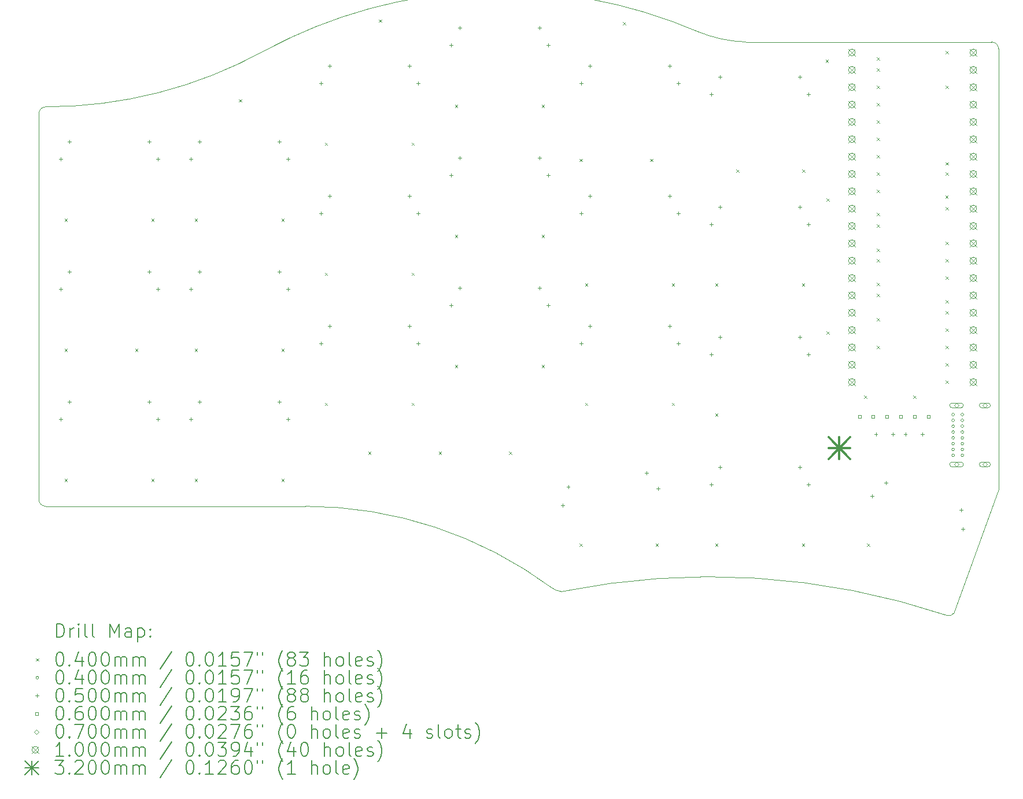
<source format=gbr>
%TF.GenerationSoftware,KiCad,Pcbnew,8.0.1*%
%TF.CreationDate,2024-04-05T15:47:02+03:00*%
%TF.ProjectId,dedekind,64656465-6b69-46e6-942e-6b696361645f,rev?*%
%TF.SameCoordinates,Original*%
%TF.FileFunction,Drillmap*%
%TF.FilePolarity,Positive*%
%FSLAX45Y45*%
G04 Gerber Fmt 4.5, Leading zero omitted, Abs format (unit mm)*
G04 Created by KiCad (PCBNEW 8.0.1) date 2024-04-05 15:47:02*
%MOMM*%
%LPD*%
G01*
G04 APERTURE LIST*
%ADD10C,0.050000*%
%ADD11C,0.200000*%
%ADD12C,0.100000*%
%ADD13C,0.320000*%
G04 APERTURE END LIST*
D10*
X11000000Y-5780000D02*
G75*
G02*
X7800000Y-6600000I-3191850J5802100D01*
G01*
X18050000Y-5650000D02*
G75*
G02*
X17350001Y-5499999I63590J2005070D01*
G01*
X7800000Y-12450000D02*
G75*
G02*
X7700000Y-12350000I0J100000D01*
G01*
X21090779Y-14018853D02*
G75*
G02*
X21000000Y-14050000I-65779J43853D01*
G01*
X15350000Y-13700000D02*
G75*
G02*
X21000000Y-14050001I2171890J-10718040D01*
G01*
X15350000Y-13700000D02*
G75*
G02*
X15205917Y-13642029I33310J290830D01*
G01*
X7800000Y-12450000D02*
X11600000Y-12450000D01*
X21090779Y-14018853D02*
X21750000Y-12195000D01*
X11600000Y-12450000D02*
G75*
G02*
X15205916Y-13642030I0J-6050000D01*
G01*
X21650000Y-5650000D02*
G75*
G02*
X21750000Y-5750000I0J-100000D01*
G01*
X7700000Y-6700000D02*
G75*
G02*
X7800000Y-6600000I100000J0D01*
G01*
X21750000Y-5750000D02*
X21750000Y-12195000D01*
X7700000Y-6700000D02*
X7700000Y-12350000D01*
X18050000Y-5650000D02*
X21650000Y-5650000D01*
X11000000Y-5780000D02*
G75*
G02*
X17350000Y-5500000I3464036J-6414932D01*
G01*
D11*
D12*
X8076250Y-8235000D02*
X8116250Y-8275000D01*
X8116250Y-8235000D02*
X8076250Y-8275000D01*
X8076250Y-10140000D02*
X8116250Y-10180000D01*
X8116250Y-10140000D02*
X8076250Y-10180000D01*
X8076250Y-12045000D02*
X8116250Y-12085000D01*
X8116250Y-12045000D02*
X8076250Y-12085000D01*
X9108125Y-10140000D02*
X9148125Y-10180000D01*
X9148125Y-10140000D02*
X9108125Y-10180000D01*
X9346250Y-8235000D02*
X9386250Y-8275000D01*
X9386250Y-8235000D02*
X9346250Y-8275000D01*
X9346250Y-12045000D02*
X9386250Y-12085000D01*
X9386250Y-12045000D02*
X9346250Y-12085000D01*
X9981250Y-8235000D02*
X10021250Y-8275000D01*
X10021250Y-8235000D02*
X9981250Y-8275000D01*
X9981250Y-10140000D02*
X10021250Y-10180000D01*
X10021250Y-10140000D02*
X9981250Y-10180000D01*
X9981250Y-12045000D02*
X10021250Y-12085000D01*
X10021250Y-12045000D02*
X9981250Y-12085000D01*
X10630000Y-6490000D02*
X10670000Y-6530000D01*
X10670000Y-6490000D02*
X10630000Y-6530000D01*
X11251250Y-8235000D02*
X11291250Y-8275000D01*
X11291250Y-8235000D02*
X11251250Y-8275000D01*
X11251250Y-10140000D02*
X11291250Y-10180000D01*
X11291250Y-10140000D02*
X11251250Y-10180000D01*
X11251250Y-12045000D02*
X11291250Y-12085000D01*
X11291250Y-12045000D02*
X11251250Y-12085000D01*
X11886250Y-7123750D02*
X11926250Y-7163750D01*
X11926250Y-7123750D02*
X11886250Y-7163750D01*
X11886250Y-9028750D02*
X11926250Y-9068750D01*
X11926250Y-9028750D02*
X11886250Y-9068750D01*
X11886250Y-10933750D02*
X11926250Y-10973750D01*
X11926250Y-10933750D02*
X11886250Y-10973750D01*
X12521250Y-11648125D02*
X12561250Y-11688125D01*
X12561250Y-11648125D02*
X12521250Y-11688125D01*
X12680000Y-5320000D02*
X12720000Y-5360000D01*
X12720000Y-5320000D02*
X12680000Y-5360000D01*
X13156250Y-7123750D02*
X13196250Y-7163750D01*
X13196250Y-7123750D02*
X13156250Y-7163750D01*
X13156250Y-9028750D02*
X13196250Y-9068750D01*
X13196250Y-9028750D02*
X13156250Y-9068750D01*
X13156250Y-10933750D02*
X13196250Y-10973750D01*
X13196250Y-10933750D02*
X13156250Y-10973750D01*
X13553125Y-11648125D02*
X13593125Y-11688125D01*
X13593125Y-11648125D02*
X13553125Y-11688125D01*
X13791250Y-6568125D02*
X13831250Y-6608125D01*
X13831250Y-6568125D02*
X13791250Y-6608125D01*
X13791250Y-8473125D02*
X13831250Y-8513125D01*
X13831250Y-8473125D02*
X13791250Y-8513125D01*
X13791250Y-10378125D02*
X13831250Y-10418125D01*
X13831250Y-10378125D02*
X13791250Y-10418125D01*
X14585000Y-11648125D02*
X14625000Y-11688125D01*
X14625000Y-11648125D02*
X14585000Y-11688125D01*
X15061250Y-6568125D02*
X15101250Y-6608125D01*
X15101250Y-6568125D02*
X15061250Y-6608125D01*
X15061250Y-8473125D02*
X15101250Y-8513125D01*
X15101250Y-8473125D02*
X15061250Y-8513125D01*
X15061250Y-10378125D02*
X15101250Y-10418125D01*
X15101250Y-10378125D02*
X15061250Y-10418125D01*
X15616875Y-7361875D02*
X15656875Y-7401875D01*
X15656875Y-7361875D02*
X15616875Y-7401875D01*
X15616875Y-12997500D02*
X15656875Y-13037500D01*
X15656875Y-12997500D02*
X15616875Y-13037500D01*
X15696250Y-9187500D02*
X15736250Y-9227500D01*
X15736250Y-9187500D02*
X15696250Y-9227500D01*
X15696250Y-10933750D02*
X15736250Y-10973750D01*
X15736250Y-10933750D02*
X15696250Y-10973750D01*
X16251875Y-5360000D02*
X16291875Y-5400000D01*
X16291875Y-5360000D02*
X16251875Y-5400000D01*
X16648750Y-7361875D02*
X16688750Y-7401875D01*
X16688750Y-7361875D02*
X16648750Y-7401875D01*
X16728125Y-12997500D02*
X16768125Y-13037500D01*
X16768125Y-12997500D02*
X16728125Y-13037500D01*
X16966250Y-9187500D02*
X17006250Y-9227500D01*
X17006250Y-9187500D02*
X16966250Y-9227500D01*
X16966250Y-10933750D02*
X17006250Y-10973750D01*
X17006250Y-10933750D02*
X16966250Y-10973750D01*
X17601250Y-9187500D02*
X17641250Y-9227500D01*
X17641250Y-9187500D02*
X17601250Y-9227500D01*
X17601250Y-11092500D02*
X17641250Y-11132500D01*
X17641250Y-11092500D02*
X17601250Y-11132500D01*
X17601250Y-12997500D02*
X17641250Y-13037500D01*
X17641250Y-12997500D02*
X17601250Y-13037500D01*
X17912400Y-7520625D02*
X17952400Y-7560625D01*
X17952400Y-7520625D02*
X17912400Y-7560625D01*
X18871250Y-9187500D02*
X18911250Y-9227500D01*
X18911250Y-9187500D02*
X18871250Y-9227500D01*
X18871250Y-12997500D02*
X18911250Y-13037500D01*
X18911250Y-12997500D02*
X18871250Y-13037500D01*
X18877600Y-7520625D02*
X18917600Y-7560625D01*
X18917600Y-7520625D02*
X18877600Y-7560625D01*
X19217209Y-5909773D02*
X19257209Y-5949773D01*
X19257209Y-5909773D02*
X19217209Y-5949773D01*
X19228169Y-9889869D02*
X19268169Y-9929869D01*
X19268169Y-9889869D02*
X19228169Y-9929869D01*
X19230000Y-7940000D02*
X19270000Y-7980000D01*
X19270000Y-7940000D02*
X19230000Y-7980000D01*
X19779300Y-10825800D02*
X19819300Y-10865800D01*
X19819300Y-10825800D02*
X19779300Y-10865800D01*
X19823750Y-12997500D02*
X19863750Y-13037500D01*
X19863750Y-12997500D02*
X19823750Y-13037500D01*
X19969800Y-5872800D02*
X20009800Y-5912800D01*
X20009800Y-5872800D02*
X19969800Y-5912800D01*
X19969800Y-6037900D02*
X20009800Y-6077900D01*
X20009800Y-6037900D02*
X19969800Y-6077900D01*
X19969800Y-6291900D02*
X20009800Y-6331900D01*
X20009800Y-6291900D02*
X19969800Y-6331900D01*
X19969800Y-6545900D02*
X20009800Y-6585900D01*
X20009800Y-6545900D02*
X19969800Y-6585900D01*
X19969800Y-6799900D02*
X20009800Y-6839900D01*
X20009800Y-6799900D02*
X19969800Y-6839900D01*
X19969800Y-7053900D02*
X20009800Y-7093900D01*
X20009800Y-7053900D02*
X19969800Y-7093900D01*
X19969800Y-7307900D02*
X20009800Y-7347900D01*
X20009800Y-7307900D02*
X19969800Y-7347900D01*
X19969800Y-7561900D02*
X20009800Y-7601900D01*
X20009800Y-7561900D02*
X19969800Y-7601900D01*
X19969800Y-7815900D02*
X20009800Y-7855900D01*
X20009800Y-7815900D02*
X19969800Y-7855900D01*
X19969800Y-8149900D02*
X20009800Y-8189900D01*
X20009800Y-8149900D02*
X19969800Y-8189900D01*
X19969800Y-8323900D02*
X20009800Y-8363900D01*
X20009800Y-8323900D02*
X19969800Y-8363900D01*
X19969800Y-8679500D02*
X20009800Y-8719500D01*
X20009800Y-8679500D02*
X19969800Y-8719500D01*
X19969800Y-8831900D02*
X20009800Y-8871900D01*
X20009800Y-8831900D02*
X19969800Y-8871900D01*
X19969800Y-9174800D02*
X20009800Y-9214800D01*
X20009800Y-9174800D02*
X19969800Y-9214800D01*
X19969800Y-9339900D02*
X20009800Y-9379900D01*
X20009800Y-9339900D02*
X19969800Y-9379900D01*
X19969800Y-9693889D02*
X20009800Y-9733889D01*
X20009800Y-9693889D02*
X19969800Y-9733889D01*
X19969800Y-10101900D02*
X20009800Y-10141900D01*
X20009800Y-10101900D02*
X19969800Y-10141900D01*
X20503200Y-10825800D02*
X20543200Y-10865800D01*
X20543200Y-10825800D02*
X20503200Y-10865800D01*
X20970586Y-7899773D02*
X21010586Y-7939773D01*
X21010586Y-7899773D02*
X20970586Y-7939773D01*
X20973100Y-5783900D02*
X21013100Y-5823900D01*
X21013100Y-5783900D02*
X20973100Y-5823900D01*
X20973100Y-6291900D02*
X21013100Y-6331900D01*
X21013100Y-6291900D02*
X20973100Y-6331900D01*
X20973100Y-7412112D02*
X21013100Y-7452112D01*
X21013100Y-7412112D02*
X20973100Y-7452112D01*
X20973100Y-7561900D02*
X21013100Y-7601900D01*
X21013100Y-7561900D02*
X20973100Y-7601900D01*
X20973100Y-8069073D02*
X21013100Y-8109073D01*
X21013100Y-8069073D02*
X20973100Y-8109073D01*
X20973100Y-8577900D02*
X21013100Y-8617900D01*
X21013100Y-8577900D02*
X20973100Y-8617900D01*
X20973100Y-8831073D02*
X21013100Y-8871073D01*
X21013100Y-8831073D02*
X20973100Y-8871073D01*
X20973100Y-9085073D02*
X21013100Y-9125073D01*
X21013100Y-9085073D02*
X20973100Y-9125073D01*
X20973100Y-9428800D02*
X21013100Y-9468800D01*
X21013100Y-9428800D02*
X20973100Y-9468800D01*
X20973100Y-9593073D02*
X21013100Y-9633073D01*
X21013100Y-9593073D02*
X20973100Y-9633073D01*
X20973100Y-9847900D02*
X21013100Y-9887900D01*
X21013100Y-9847900D02*
X20973100Y-9887900D01*
X20973100Y-10101900D02*
X21013100Y-10141900D01*
X21013100Y-10101900D02*
X20973100Y-10141900D01*
X20973100Y-10355900D02*
X21013100Y-10395900D01*
X21013100Y-10355900D02*
X20973100Y-10395900D01*
X20973100Y-10609900D02*
X21013100Y-10649900D01*
X21013100Y-10609900D02*
X20973100Y-10649900D01*
X21105000Y-11107100D02*
G75*
G02*
X21065000Y-11107100I-20000J0D01*
G01*
X21065000Y-11107100D02*
G75*
G02*
X21105000Y-11107100I20000J0D01*
G01*
X21105000Y-11192100D02*
G75*
G02*
X21065000Y-11192100I-20000J0D01*
G01*
X21065000Y-11192100D02*
G75*
G02*
X21105000Y-11192100I20000J0D01*
G01*
X21105000Y-11277100D02*
G75*
G02*
X21065000Y-11277100I-20000J0D01*
G01*
X21065000Y-11277100D02*
G75*
G02*
X21105000Y-11277100I20000J0D01*
G01*
X21105000Y-11362100D02*
G75*
G02*
X21065000Y-11362100I-20000J0D01*
G01*
X21065000Y-11362100D02*
G75*
G02*
X21105000Y-11362100I20000J0D01*
G01*
X21105000Y-11447100D02*
G75*
G02*
X21065000Y-11447100I-20000J0D01*
G01*
X21065000Y-11447100D02*
G75*
G02*
X21105000Y-11447100I20000J0D01*
G01*
X21105000Y-11532100D02*
G75*
G02*
X21065000Y-11532100I-20000J0D01*
G01*
X21065000Y-11532100D02*
G75*
G02*
X21105000Y-11532100I20000J0D01*
G01*
X21105000Y-11617100D02*
G75*
G02*
X21065000Y-11617100I-20000J0D01*
G01*
X21065000Y-11617100D02*
G75*
G02*
X21105000Y-11617100I20000J0D01*
G01*
X21105000Y-11702100D02*
G75*
G02*
X21065000Y-11702100I-20000J0D01*
G01*
X21065000Y-11702100D02*
G75*
G02*
X21105000Y-11702100I20000J0D01*
G01*
X21240000Y-11107100D02*
G75*
G02*
X21200000Y-11107100I-20000J0D01*
G01*
X21200000Y-11107100D02*
G75*
G02*
X21240000Y-11107100I20000J0D01*
G01*
X21240000Y-11192100D02*
G75*
G02*
X21200000Y-11192100I-20000J0D01*
G01*
X21200000Y-11192100D02*
G75*
G02*
X21240000Y-11192100I20000J0D01*
G01*
X21240000Y-11277100D02*
G75*
G02*
X21200000Y-11277100I-20000J0D01*
G01*
X21200000Y-11277100D02*
G75*
G02*
X21240000Y-11277100I20000J0D01*
G01*
X21240000Y-11362100D02*
G75*
G02*
X21200000Y-11362100I-20000J0D01*
G01*
X21200000Y-11362100D02*
G75*
G02*
X21240000Y-11362100I20000J0D01*
G01*
X21240000Y-11447100D02*
G75*
G02*
X21200000Y-11447100I-20000J0D01*
G01*
X21200000Y-11447100D02*
G75*
G02*
X21240000Y-11447100I20000J0D01*
G01*
X21240000Y-11532100D02*
G75*
G02*
X21200000Y-11532100I-20000J0D01*
G01*
X21200000Y-11532100D02*
G75*
G02*
X21240000Y-11532100I20000J0D01*
G01*
X21240000Y-11617100D02*
G75*
G02*
X21200000Y-11617100I-20000J0D01*
G01*
X21200000Y-11617100D02*
G75*
G02*
X21240000Y-11617100I20000J0D01*
G01*
X21240000Y-11702100D02*
G75*
G02*
X21200000Y-11702100I-20000J0D01*
G01*
X21200000Y-11702100D02*
G75*
G02*
X21240000Y-11702100I20000J0D01*
G01*
X8022750Y-7341000D02*
X8022750Y-7391000D01*
X7997750Y-7366000D02*
X8047750Y-7366000D01*
X8022750Y-9246000D02*
X8022750Y-9296000D01*
X7997750Y-9271000D02*
X8047750Y-9271000D01*
X8022750Y-11151000D02*
X8022750Y-11201000D01*
X7997750Y-11176000D02*
X8047750Y-11176000D01*
X8147050Y-7087000D02*
X8147050Y-7137000D01*
X8122050Y-7112000D02*
X8172050Y-7112000D01*
X8147050Y-8992000D02*
X8147050Y-9042000D01*
X8122050Y-9017000D02*
X8172050Y-9017000D01*
X8147050Y-10897000D02*
X8147050Y-10947000D01*
X8122050Y-10922000D02*
X8172050Y-10922000D01*
X9315450Y-7087000D02*
X9315450Y-7137000D01*
X9290450Y-7112000D02*
X9340450Y-7112000D01*
X9315450Y-8992000D02*
X9315450Y-9042000D01*
X9290450Y-9017000D02*
X9340450Y-9017000D01*
X9315450Y-10897000D02*
X9315450Y-10947000D01*
X9290450Y-10922000D02*
X9340450Y-10922000D01*
X9439750Y-7341000D02*
X9439750Y-7391000D01*
X9414750Y-7366000D02*
X9464750Y-7366000D01*
X9439750Y-9246000D02*
X9439750Y-9296000D01*
X9414750Y-9271000D02*
X9464750Y-9271000D01*
X9439750Y-11151000D02*
X9439750Y-11201000D01*
X9414750Y-11176000D02*
X9464750Y-11176000D01*
X9927750Y-7341000D02*
X9927750Y-7391000D01*
X9902750Y-7366000D02*
X9952750Y-7366000D01*
X9927750Y-9246000D02*
X9927750Y-9296000D01*
X9902750Y-9271000D02*
X9952750Y-9271000D01*
X9927750Y-11151000D02*
X9927750Y-11201000D01*
X9902750Y-11176000D02*
X9952750Y-11176000D01*
X10052050Y-7087000D02*
X10052050Y-7137000D01*
X10027050Y-7112000D02*
X10077050Y-7112000D01*
X10052050Y-8992000D02*
X10052050Y-9042000D01*
X10027050Y-9017000D02*
X10077050Y-9017000D01*
X10052050Y-10897000D02*
X10052050Y-10947000D01*
X10027050Y-10922000D02*
X10077050Y-10922000D01*
X11220450Y-7087000D02*
X11220450Y-7137000D01*
X11195450Y-7112000D02*
X11245450Y-7112000D01*
X11220450Y-8992000D02*
X11220450Y-9042000D01*
X11195450Y-9017000D02*
X11245450Y-9017000D01*
X11220450Y-10897000D02*
X11220450Y-10947000D01*
X11195450Y-10922000D02*
X11245450Y-10922000D01*
X11344750Y-7341000D02*
X11344750Y-7391000D01*
X11319750Y-7366000D02*
X11369750Y-7366000D01*
X11344750Y-9246000D02*
X11344750Y-9296000D01*
X11319750Y-9271000D02*
X11369750Y-9271000D01*
X11344750Y-11151000D02*
X11344750Y-11201000D01*
X11319750Y-11176000D02*
X11369750Y-11176000D01*
X11832750Y-6229750D02*
X11832750Y-6279750D01*
X11807750Y-6254750D02*
X11857750Y-6254750D01*
X11832750Y-8134750D02*
X11832750Y-8184750D01*
X11807750Y-8159750D02*
X11857750Y-8159750D01*
X11832750Y-10039750D02*
X11832750Y-10089750D01*
X11807750Y-10064750D02*
X11857750Y-10064750D01*
X11957050Y-5975750D02*
X11957050Y-6025750D01*
X11932050Y-6000750D02*
X11982050Y-6000750D01*
X11957050Y-7880750D02*
X11957050Y-7930750D01*
X11932050Y-7905750D02*
X11982050Y-7905750D01*
X11957050Y-9785750D02*
X11957050Y-9835750D01*
X11932050Y-9810750D02*
X11982050Y-9810750D01*
X13125450Y-5975750D02*
X13125450Y-6025750D01*
X13100450Y-6000750D02*
X13150450Y-6000750D01*
X13125450Y-7880750D02*
X13125450Y-7930750D01*
X13100450Y-7905750D02*
X13150450Y-7905750D01*
X13125450Y-9785750D02*
X13125450Y-9835750D01*
X13100450Y-9810750D02*
X13150450Y-9810750D01*
X13249750Y-6229750D02*
X13249750Y-6279750D01*
X13224750Y-6254750D02*
X13274750Y-6254750D01*
X13249750Y-8134750D02*
X13249750Y-8184750D01*
X13224750Y-8159750D02*
X13274750Y-8159750D01*
X13249750Y-10039750D02*
X13249750Y-10089750D01*
X13224750Y-10064750D02*
X13274750Y-10064750D01*
X13737750Y-5674125D02*
X13737750Y-5724125D01*
X13712750Y-5699125D02*
X13762750Y-5699125D01*
X13737750Y-7579125D02*
X13737750Y-7629125D01*
X13712750Y-7604125D02*
X13762750Y-7604125D01*
X13737750Y-9484125D02*
X13737750Y-9534125D01*
X13712750Y-9509125D02*
X13762750Y-9509125D01*
X13862050Y-5420125D02*
X13862050Y-5470125D01*
X13837050Y-5445125D02*
X13887050Y-5445125D01*
X13862050Y-7325125D02*
X13862050Y-7375125D01*
X13837050Y-7350125D02*
X13887050Y-7350125D01*
X13862050Y-9230125D02*
X13862050Y-9280125D01*
X13837050Y-9255125D02*
X13887050Y-9255125D01*
X15030450Y-5420125D02*
X15030450Y-5470125D01*
X15005450Y-5445125D02*
X15055450Y-5445125D01*
X15030450Y-7325125D02*
X15030450Y-7375125D01*
X15005450Y-7350125D02*
X15055450Y-7350125D01*
X15030450Y-9230125D02*
X15030450Y-9280125D01*
X15005450Y-9255125D02*
X15055450Y-9255125D01*
X15154750Y-5674125D02*
X15154750Y-5724125D01*
X15129750Y-5699125D02*
X15179750Y-5699125D01*
X15154750Y-7579125D02*
X15154750Y-7629125D01*
X15129750Y-7604125D02*
X15179750Y-7604125D01*
X15154750Y-9484125D02*
X15154750Y-9534125D01*
X15129750Y-9509125D02*
X15179750Y-9509125D01*
X15371282Y-12408889D02*
X15371282Y-12458889D01*
X15346282Y-12433889D02*
X15396282Y-12433889D01*
X15449587Y-12137163D02*
X15449587Y-12187163D01*
X15424587Y-12162163D02*
X15474587Y-12162163D01*
X15642750Y-6229750D02*
X15642750Y-6279750D01*
X15617750Y-6254750D02*
X15667750Y-6254750D01*
X15642750Y-8134750D02*
X15642750Y-8184750D01*
X15617750Y-8159750D02*
X15667750Y-8159750D01*
X15642750Y-10039750D02*
X15642750Y-10089750D01*
X15617750Y-10064750D02*
X15667750Y-10064750D01*
X15767050Y-5975750D02*
X15767050Y-6025750D01*
X15742050Y-6000750D02*
X15792050Y-6000750D01*
X15767050Y-7880750D02*
X15767050Y-7930750D01*
X15742050Y-7905750D02*
X15792050Y-7905750D01*
X15767050Y-9785750D02*
X15767050Y-9835750D01*
X15742050Y-9810750D02*
X15792050Y-9810750D01*
X16600236Y-11934272D02*
X16600236Y-11984272D01*
X16575236Y-11959272D02*
X16625236Y-11959272D01*
X16766755Y-12162829D02*
X16766755Y-12212829D01*
X16741755Y-12187829D02*
X16791755Y-12187829D01*
X16935450Y-5975750D02*
X16935450Y-6025750D01*
X16910450Y-6000750D02*
X16960450Y-6000750D01*
X16935450Y-7880750D02*
X16935450Y-7930750D01*
X16910450Y-7905750D02*
X16960450Y-7905750D01*
X16935450Y-9785750D02*
X16935450Y-9835750D01*
X16910450Y-9810750D02*
X16960450Y-9810750D01*
X17059750Y-6229750D02*
X17059750Y-6279750D01*
X17034750Y-6254750D02*
X17084750Y-6254750D01*
X17059750Y-8134750D02*
X17059750Y-8184750D01*
X17034750Y-8159750D02*
X17084750Y-8159750D01*
X17059750Y-10039750D02*
X17059750Y-10089750D01*
X17034750Y-10064750D02*
X17084750Y-10064750D01*
X17547750Y-6388500D02*
X17547750Y-6438500D01*
X17522750Y-6413500D02*
X17572750Y-6413500D01*
X17547750Y-8293500D02*
X17547750Y-8343500D01*
X17522750Y-8318500D02*
X17572750Y-8318500D01*
X17547750Y-10198500D02*
X17547750Y-10248500D01*
X17522750Y-10223500D02*
X17572750Y-10223500D01*
X17547750Y-12103500D02*
X17547750Y-12153500D01*
X17522750Y-12128500D02*
X17572750Y-12128500D01*
X17672050Y-6134500D02*
X17672050Y-6184500D01*
X17647050Y-6159500D02*
X17697050Y-6159500D01*
X17672050Y-8039500D02*
X17672050Y-8089500D01*
X17647050Y-8064500D02*
X17697050Y-8064500D01*
X17672050Y-9944500D02*
X17672050Y-9994500D01*
X17647050Y-9969500D02*
X17697050Y-9969500D01*
X17672050Y-11849500D02*
X17672050Y-11899500D01*
X17647050Y-11874500D02*
X17697050Y-11874500D01*
X18840450Y-6134500D02*
X18840450Y-6184500D01*
X18815450Y-6159500D02*
X18865450Y-6159500D01*
X18840450Y-8039500D02*
X18840450Y-8089500D01*
X18815450Y-8064500D02*
X18865450Y-8064500D01*
X18840450Y-9944500D02*
X18840450Y-9994500D01*
X18815450Y-9969500D02*
X18865450Y-9969500D01*
X18840450Y-11849500D02*
X18840450Y-11899500D01*
X18815450Y-11874500D02*
X18865450Y-11874500D01*
X18964750Y-6388500D02*
X18964750Y-6438500D01*
X18939750Y-6413500D02*
X18989750Y-6413500D01*
X18964750Y-8293500D02*
X18964750Y-8343500D01*
X18939750Y-8318500D02*
X18989750Y-8318500D01*
X18964750Y-10198500D02*
X18964750Y-10248500D01*
X18939750Y-10223500D02*
X18989750Y-10223500D01*
X18964750Y-12103500D02*
X18964750Y-12153500D01*
X18939750Y-12128500D02*
X18989750Y-12128500D01*
X19899851Y-12273372D02*
X19899851Y-12323372D01*
X19874851Y-12298372D02*
X19924851Y-12298372D01*
X19953700Y-11366900D02*
X19953700Y-11416900D01*
X19928700Y-11391900D02*
X19978700Y-11391900D01*
X20103528Y-12077203D02*
X20103528Y-12127203D01*
X20078528Y-12102203D02*
X20128528Y-12102203D01*
X20203700Y-11366900D02*
X20203700Y-11416900D01*
X20178700Y-11391900D02*
X20228700Y-11391900D01*
X20385500Y-11366900D02*
X20385500Y-11416900D01*
X20360500Y-11391900D02*
X20410500Y-11391900D01*
X20635500Y-11366900D02*
X20635500Y-11416900D01*
X20610500Y-11391900D02*
X20660500Y-11391900D01*
X21201465Y-12476819D02*
X21201465Y-12526819D01*
X21176465Y-12501819D02*
X21226465Y-12501819D01*
X21231395Y-12758014D02*
X21231395Y-12808014D01*
X21206395Y-12783014D02*
X21256395Y-12783014D01*
X19736413Y-11159113D02*
X19736413Y-11116687D01*
X19693987Y-11116687D01*
X19693987Y-11159113D01*
X19736413Y-11159113D01*
X19936413Y-11159113D02*
X19936413Y-11116687D01*
X19893987Y-11116687D01*
X19893987Y-11159113D01*
X19936413Y-11159113D01*
X20136413Y-11159113D02*
X20136413Y-11116687D01*
X20093987Y-11116687D01*
X20093987Y-11159113D01*
X20136413Y-11159113D01*
X20342813Y-11159113D02*
X20342813Y-11116687D01*
X20300387Y-11116687D01*
X20300387Y-11159113D01*
X20342813Y-11159113D01*
X20542813Y-11159113D02*
X20542813Y-11116687D01*
X20500387Y-11116687D01*
X20500387Y-11159113D01*
X20542813Y-11159113D01*
X20742813Y-11159113D02*
X20742813Y-11116687D01*
X20700387Y-11116687D01*
X20700387Y-11159113D01*
X20742813Y-11159113D01*
X21135000Y-11007600D02*
X21170000Y-10972600D01*
X21135000Y-10937600D01*
X21100000Y-10972600D01*
X21135000Y-11007600D01*
X21070000Y-11007600D02*
X21200000Y-11007600D01*
X21200000Y-10937600D02*
G75*
G02*
X21200000Y-11007600I0J-35000D01*
G01*
X21200000Y-10937600D02*
X21070000Y-10937600D01*
X21070000Y-10937600D02*
G75*
G03*
X21070000Y-11007600I0J-35000D01*
G01*
X21135000Y-11871600D02*
X21170000Y-11836600D01*
X21135000Y-11801600D01*
X21100000Y-11836600D01*
X21135000Y-11871600D01*
X21070000Y-11871600D02*
X21200000Y-11871600D01*
X21200000Y-11801600D02*
G75*
G02*
X21200000Y-11871600I0J-35000D01*
G01*
X21200000Y-11801600D02*
X21070000Y-11801600D01*
X21070000Y-11801600D02*
G75*
G03*
X21070000Y-11871600I0J-35000D01*
G01*
X21550000Y-11007600D02*
X21585000Y-10972600D01*
X21550000Y-10937600D01*
X21515000Y-10972600D01*
X21550000Y-11007600D01*
X21505000Y-11007600D02*
X21595000Y-11007600D01*
X21595000Y-10937600D02*
G75*
G02*
X21595000Y-11007600I0J-35000D01*
G01*
X21595000Y-10937600D02*
X21505000Y-10937600D01*
X21505000Y-10937600D02*
G75*
G03*
X21505000Y-11007600I0J-35000D01*
G01*
X21550000Y-11871600D02*
X21585000Y-11836600D01*
X21550000Y-11801600D01*
X21515000Y-11836600D01*
X21550000Y-11871600D01*
X21505000Y-11871600D02*
X21595000Y-11871600D01*
X21595000Y-11801600D02*
G75*
G02*
X21595000Y-11871600I0J-35000D01*
G01*
X21595000Y-11801600D02*
X21505000Y-11801600D01*
X21505000Y-11801600D02*
G75*
G03*
X21505000Y-11871600I0J-35000D01*
G01*
X19553209Y-5754273D02*
X19653209Y-5854273D01*
X19653209Y-5754273D02*
X19553209Y-5854273D01*
X19653209Y-5804273D02*
G75*
G02*
X19553209Y-5804273I-50000J0D01*
G01*
X19553209Y-5804273D02*
G75*
G02*
X19653209Y-5804273I50000J0D01*
G01*
X19553209Y-6008273D02*
X19653209Y-6108273D01*
X19653209Y-6008273D02*
X19553209Y-6108273D01*
X19653209Y-6058273D02*
G75*
G02*
X19553209Y-6058273I-50000J0D01*
G01*
X19553209Y-6058273D02*
G75*
G02*
X19653209Y-6058273I50000J0D01*
G01*
X19553209Y-6262273D02*
X19653209Y-6362273D01*
X19653209Y-6262273D02*
X19553209Y-6362273D01*
X19653209Y-6312273D02*
G75*
G02*
X19553209Y-6312273I-50000J0D01*
G01*
X19553209Y-6312273D02*
G75*
G02*
X19653209Y-6312273I50000J0D01*
G01*
X19553209Y-6516273D02*
X19653209Y-6616273D01*
X19653209Y-6516273D02*
X19553209Y-6616273D01*
X19653209Y-6566273D02*
G75*
G02*
X19553209Y-6566273I-50000J0D01*
G01*
X19553209Y-6566273D02*
G75*
G02*
X19653209Y-6566273I50000J0D01*
G01*
X19553209Y-6770273D02*
X19653209Y-6870273D01*
X19653209Y-6770273D02*
X19553209Y-6870273D01*
X19653209Y-6820273D02*
G75*
G02*
X19553209Y-6820273I-50000J0D01*
G01*
X19553209Y-6820273D02*
G75*
G02*
X19653209Y-6820273I50000J0D01*
G01*
X19553209Y-7024273D02*
X19653209Y-7124273D01*
X19653209Y-7024273D02*
X19553209Y-7124273D01*
X19653209Y-7074273D02*
G75*
G02*
X19553209Y-7074273I-50000J0D01*
G01*
X19553209Y-7074273D02*
G75*
G02*
X19653209Y-7074273I50000J0D01*
G01*
X19553209Y-7278273D02*
X19653209Y-7378273D01*
X19653209Y-7278273D02*
X19553209Y-7378273D01*
X19653209Y-7328273D02*
G75*
G02*
X19553209Y-7328273I-50000J0D01*
G01*
X19553209Y-7328273D02*
G75*
G02*
X19653209Y-7328273I50000J0D01*
G01*
X19553209Y-7532273D02*
X19653209Y-7632273D01*
X19653209Y-7532273D02*
X19553209Y-7632273D01*
X19653209Y-7582273D02*
G75*
G02*
X19553209Y-7582273I-50000J0D01*
G01*
X19553209Y-7582273D02*
G75*
G02*
X19653209Y-7582273I50000J0D01*
G01*
X19553209Y-7786273D02*
X19653209Y-7886273D01*
X19653209Y-7786273D02*
X19553209Y-7886273D01*
X19653209Y-7836273D02*
G75*
G02*
X19553209Y-7836273I-50000J0D01*
G01*
X19553209Y-7836273D02*
G75*
G02*
X19653209Y-7836273I50000J0D01*
G01*
X19553209Y-8040273D02*
X19653209Y-8140273D01*
X19653209Y-8040273D02*
X19553209Y-8140273D01*
X19653209Y-8090273D02*
G75*
G02*
X19553209Y-8090273I-50000J0D01*
G01*
X19553209Y-8090273D02*
G75*
G02*
X19653209Y-8090273I50000J0D01*
G01*
X19553209Y-8294273D02*
X19653209Y-8394273D01*
X19653209Y-8294273D02*
X19553209Y-8394273D01*
X19653209Y-8344273D02*
G75*
G02*
X19553209Y-8344273I-50000J0D01*
G01*
X19553209Y-8344273D02*
G75*
G02*
X19653209Y-8344273I50000J0D01*
G01*
X19553209Y-8548273D02*
X19653209Y-8648273D01*
X19653209Y-8548273D02*
X19553209Y-8648273D01*
X19653209Y-8598273D02*
G75*
G02*
X19553209Y-8598273I-50000J0D01*
G01*
X19553209Y-8598273D02*
G75*
G02*
X19653209Y-8598273I50000J0D01*
G01*
X19553209Y-8802273D02*
X19653209Y-8902273D01*
X19653209Y-8802273D02*
X19553209Y-8902273D01*
X19653209Y-8852273D02*
G75*
G02*
X19553209Y-8852273I-50000J0D01*
G01*
X19553209Y-8852273D02*
G75*
G02*
X19653209Y-8852273I50000J0D01*
G01*
X19553209Y-9056273D02*
X19653209Y-9156273D01*
X19653209Y-9056273D02*
X19553209Y-9156273D01*
X19653209Y-9106273D02*
G75*
G02*
X19553209Y-9106273I-50000J0D01*
G01*
X19553209Y-9106273D02*
G75*
G02*
X19653209Y-9106273I50000J0D01*
G01*
X19553209Y-9310273D02*
X19653209Y-9410273D01*
X19653209Y-9310273D02*
X19553209Y-9410273D01*
X19653209Y-9360273D02*
G75*
G02*
X19553209Y-9360273I-50000J0D01*
G01*
X19553209Y-9360273D02*
G75*
G02*
X19653209Y-9360273I50000J0D01*
G01*
X19553209Y-9564273D02*
X19653209Y-9664273D01*
X19653209Y-9564273D02*
X19553209Y-9664273D01*
X19653209Y-9614273D02*
G75*
G02*
X19553209Y-9614273I-50000J0D01*
G01*
X19553209Y-9614273D02*
G75*
G02*
X19653209Y-9614273I50000J0D01*
G01*
X19553209Y-9818273D02*
X19653209Y-9918273D01*
X19653209Y-9818273D02*
X19553209Y-9918273D01*
X19653209Y-9868273D02*
G75*
G02*
X19553209Y-9868273I-50000J0D01*
G01*
X19553209Y-9868273D02*
G75*
G02*
X19653209Y-9868273I50000J0D01*
G01*
X19553209Y-10072273D02*
X19653209Y-10172273D01*
X19653209Y-10072273D02*
X19553209Y-10172273D01*
X19653209Y-10122273D02*
G75*
G02*
X19553209Y-10122273I-50000J0D01*
G01*
X19553209Y-10122273D02*
G75*
G02*
X19653209Y-10122273I50000J0D01*
G01*
X19553209Y-10326273D02*
X19653209Y-10426273D01*
X19653209Y-10326273D02*
X19553209Y-10426273D01*
X19653209Y-10376273D02*
G75*
G02*
X19553209Y-10376273I-50000J0D01*
G01*
X19553209Y-10376273D02*
G75*
G02*
X19653209Y-10376273I50000J0D01*
G01*
X19553209Y-10580273D02*
X19653209Y-10680273D01*
X19653209Y-10580273D02*
X19553209Y-10680273D01*
X19653209Y-10630273D02*
G75*
G02*
X19553209Y-10630273I-50000J0D01*
G01*
X19553209Y-10630273D02*
G75*
G02*
X19653209Y-10630273I50000J0D01*
G01*
X21331209Y-5754273D02*
X21431209Y-5854273D01*
X21431209Y-5754273D02*
X21331209Y-5854273D01*
X21431209Y-5804273D02*
G75*
G02*
X21331209Y-5804273I-50000J0D01*
G01*
X21331209Y-5804273D02*
G75*
G02*
X21431209Y-5804273I50000J0D01*
G01*
X21331209Y-6008273D02*
X21431209Y-6108273D01*
X21431209Y-6008273D02*
X21331209Y-6108273D01*
X21431209Y-6058273D02*
G75*
G02*
X21331209Y-6058273I-50000J0D01*
G01*
X21331209Y-6058273D02*
G75*
G02*
X21431209Y-6058273I50000J0D01*
G01*
X21331209Y-6262273D02*
X21431209Y-6362273D01*
X21431209Y-6262273D02*
X21331209Y-6362273D01*
X21431209Y-6312273D02*
G75*
G02*
X21331209Y-6312273I-50000J0D01*
G01*
X21331209Y-6312273D02*
G75*
G02*
X21431209Y-6312273I50000J0D01*
G01*
X21331209Y-6516273D02*
X21431209Y-6616273D01*
X21431209Y-6516273D02*
X21331209Y-6616273D01*
X21431209Y-6566273D02*
G75*
G02*
X21331209Y-6566273I-50000J0D01*
G01*
X21331209Y-6566273D02*
G75*
G02*
X21431209Y-6566273I50000J0D01*
G01*
X21331209Y-6770273D02*
X21431209Y-6870273D01*
X21431209Y-6770273D02*
X21331209Y-6870273D01*
X21431209Y-6820273D02*
G75*
G02*
X21331209Y-6820273I-50000J0D01*
G01*
X21331209Y-6820273D02*
G75*
G02*
X21431209Y-6820273I50000J0D01*
G01*
X21331209Y-7024273D02*
X21431209Y-7124273D01*
X21431209Y-7024273D02*
X21331209Y-7124273D01*
X21431209Y-7074273D02*
G75*
G02*
X21331209Y-7074273I-50000J0D01*
G01*
X21331209Y-7074273D02*
G75*
G02*
X21431209Y-7074273I50000J0D01*
G01*
X21331209Y-7278273D02*
X21431209Y-7378273D01*
X21431209Y-7278273D02*
X21331209Y-7378273D01*
X21431209Y-7328273D02*
G75*
G02*
X21331209Y-7328273I-50000J0D01*
G01*
X21331209Y-7328273D02*
G75*
G02*
X21431209Y-7328273I50000J0D01*
G01*
X21331209Y-7532273D02*
X21431209Y-7632273D01*
X21431209Y-7532273D02*
X21331209Y-7632273D01*
X21431209Y-7582273D02*
G75*
G02*
X21331209Y-7582273I-50000J0D01*
G01*
X21331209Y-7582273D02*
G75*
G02*
X21431209Y-7582273I50000J0D01*
G01*
X21331209Y-7786273D02*
X21431209Y-7886273D01*
X21431209Y-7786273D02*
X21331209Y-7886273D01*
X21431209Y-7836273D02*
G75*
G02*
X21331209Y-7836273I-50000J0D01*
G01*
X21331209Y-7836273D02*
G75*
G02*
X21431209Y-7836273I50000J0D01*
G01*
X21331209Y-8040273D02*
X21431209Y-8140273D01*
X21431209Y-8040273D02*
X21331209Y-8140273D01*
X21431209Y-8090273D02*
G75*
G02*
X21331209Y-8090273I-50000J0D01*
G01*
X21331209Y-8090273D02*
G75*
G02*
X21431209Y-8090273I50000J0D01*
G01*
X21331209Y-8294273D02*
X21431209Y-8394273D01*
X21431209Y-8294273D02*
X21331209Y-8394273D01*
X21431209Y-8344273D02*
G75*
G02*
X21331209Y-8344273I-50000J0D01*
G01*
X21331209Y-8344273D02*
G75*
G02*
X21431209Y-8344273I50000J0D01*
G01*
X21331209Y-8548273D02*
X21431209Y-8648273D01*
X21431209Y-8548273D02*
X21331209Y-8648273D01*
X21431209Y-8598273D02*
G75*
G02*
X21331209Y-8598273I-50000J0D01*
G01*
X21331209Y-8598273D02*
G75*
G02*
X21431209Y-8598273I50000J0D01*
G01*
X21331209Y-8802273D02*
X21431209Y-8902273D01*
X21431209Y-8802273D02*
X21331209Y-8902273D01*
X21431209Y-8852273D02*
G75*
G02*
X21331209Y-8852273I-50000J0D01*
G01*
X21331209Y-8852273D02*
G75*
G02*
X21431209Y-8852273I50000J0D01*
G01*
X21331209Y-9056273D02*
X21431209Y-9156273D01*
X21431209Y-9056273D02*
X21331209Y-9156273D01*
X21431209Y-9106273D02*
G75*
G02*
X21331209Y-9106273I-50000J0D01*
G01*
X21331209Y-9106273D02*
G75*
G02*
X21431209Y-9106273I50000J0D01*
G01*
X21331209Y-9310273D02*
X21431209Y-9410273D01*
X21431209Y-9310273D02*
X21331209Y-9410273D01*
X21431209Y-9360273D02*
G75*
G02*
X21331209Y-9360273I-50000J0D01*
G01*
X21331209Y-9360273D02*
G75*
G02*
X21431209Y-9360273I50000J0D01*
G01*
X21331209Y-9564273D02*
X21431209Y-9664273D01*
X21431209Y-9564273D02*
X21331209Y-9664273D01*
X21431209Y-9614273D02*
G75*
G02*
X21331209Y-9614273I-50000J0D01*
G01*
X21331209Y-9614273D02*
G75*
G02*
X21431209Y-9614273I50000J0D01*
G01*
X21331209Y-9818273D02*
X21431209Y-9918273D01*
X21431209Y-9818273D02*
X21331209Y-9918273D01*
X21431209Y-9868273D02*
G75*
G02*
X21331209Y-9868273I-50000J0D01*
G01*
X21331209Y-9868273D02*
G75*
G02*
X21431209Y-9868273I50000J0D01*
G01*
X21331209Y-10072273D02*
X21431209Y-10172273D01*
X21431209Y-10072273D02*
X21331209Y-10172273D01*
X21431209Y-10122273D02*
G75*
G02*
X21331209Y-10122273I-50000J0D01*
G01*
X21331209Y-10122273D02*
G75*
G02*
X21431209Y-10122273I50000J0D01*
G01*
X21331209Y-10326273D02*
X21431209Y-10426273D01*
X21431209Y-10326273D02*
X21331209Y-10426273D01*
X21431209Y-10376273D02*
G75*
G02*
X21331209Y-10376273I-50000J0D01*
G01*
X21331209Y-10376273D02*
G75*
G02*
X21431209Y-10376273I50000J0D01*
G01*
X21331209Y-10580273D02*
X21431209Y-10680273D01*
X21431209Y-10580273D02*
X21331209Y-10680273D01*
X21431209Y-10630273D02*
G75*
G02*
X21331209Y-10630273I-50000J0D01*
G01*
X21331209Y-10630273D02*
G75*
G02*
X21431209Y-10630273I50000J0D01*
G01*
D13*
X19260000Y-11440000D02*
X19580000Y-11760000D01*
X19580000Y-11440000D02*
X19260000Y-11760000D01*
X19420000Y-11440000D02*
X19420000Y-11760000D01*
X19260000Y-11600000D02*
X19580000Y-11600000D01*
D11*
X7958277Y-14368041D02*
X7958277Y-14168041D01*
X7958277Y-14168041D02*
X8005896Y-14168041D01*
X8005896Y-14168041D02*
X8034467Y-14177564D01*
X8034467Y-14177564D02*
X8053515Y-14196612D01*
X8053515Y-14196612D02*
X8063039Y-14215660D01*
X8063039Y-14215660D02*
X8072562Y-14253755D01*
X8072562Y-14253755D02*
X8072562Y-14282326D01*
X8072562Y-14282326D02*
X8063039Y-14320422D01*
X8063039Y-14320422D02*
X8053515Y-14339469D01*
X8053515Y-14339469D02*
X8034467Y-14358517D01*
X8034467Y-14358517D02*
X8005896Y-14368041D01*
X8005896Y-14368041D02*
X7958277Y-14368041D01*
X8158277Y-14368041D02*
X8158277Y-14234707D01*
X8158277Y-14272803D02*
X8167801Y-14253755D01*
X8167801Y-14253755D02*
X8177324Y-14244231D01*
X8177324Y-14244231D02*
X8196372Y-14234707D01*
X8196372Y-14234707D02*
X8215420Y-14234707D01*
X8282086Y-14368041D02*
X8282086Y-14234707D01*
X8282086Y-14168041D02*
X8272562Y-14177564D01*
X8272562Y-14177564D02*
X8282086Y-14187088D01*
X8282086Y-14187088D02*
X8291610Y-14177564D01*
X8291610Y-14177564D02*
X8282086Y-14168041D01*
X8282086Y-14168041D02*
X8282086Y-14187088D01*
X8405896Y-14368041D02*
X8386848Y-14358517D01*
X8386848Y-14358517D02*
X8377324Y-14339469D01*
X8377324Y-14339469D02*
X8377324Y-14168041D01*
X8510658Y-14368041D02*
X8491610Y-14358517D01*
X8491610Y-14358517D02*
X8482086Y-14339469D01*
X8482086Y-14339469D02*
X8482086Y-14168041D01*
X8739229Y-14368041D02*
X8739229Y-14168041D01*
X8739229Y-14168041D02*
X8805896Y-14310898D01*
X8805896Y-14310898D02*
X8872563Y-14168041D01*
X8872563Y-14168041D02*
X8872563Y-14368041D01*
X9053515Y-14368041D02*
X9053515Y-14263279D01*
X9053515Y-14263279D02*
X9043991Y-14244231D01*
X9043991Y-14244231D02*
X9024944Y-14234707D01*
X9024944Y-14234707D02*
X8986848Y-14234707D01*
X8986848Y-14234707D02*
X8967801Y-14244231D01*
X9053515Y-14358517D02*
X9034467Y-14368041D01*
X9034467Y-14368041D02*
X8986848Y-14368041D01*
X8986848Y-14368041D02*
X8967801Y-14358517D01*
X8967801Y-14358517D02*
X8958277Y-14339469D01*
X8958277Y-14339469D02*
X8958277Y-14320422D01*
X8958277Y-14320422D02*
X8967801Y-14301374D01*
X8967801Y-14301374D02*
X8986848Y-14291850D01*
X8986848Y-14291850D02*
X9034467Y-14291850D01*
X9034467Y-14291850D02*
X9053515Y-14282326D01*
X9148753Y-14234707D02*
X9148753Y-14434707D01*
X9148753Y-14244231D02*
X9167801Y-14234707D01*
X9167801Y-14234707D02*
X9205896Y-14234707D01*
X9205896Y-14234707D02*
X9224944Y-14244231D01*
X9224944Y-14244231D02*
X9234467Y-14253755D01*
X9234467Y-14253755D02*
X9243991Y-14272803D01*
X9243991Y-14272803D02*
X9243991Y-14329945D01*
X9243991Y-14329945D02*
X9234467Y-14348993D01*
X9234467Y-14348993D02*
X9224944Y-14358517D01*
X9224944Y-14358517D02*
X9205896Y-14368041D01*
X9205896Y-14368041D02*
X9167801Y-14368041D01*
X9167801Y-14368041D02*
X9148753Y-14358517D01*
X9329705Y-14348993D02*
X9339229Y-14358517D01*
X9339229Y-14358517D02*
X9329705Y-14368041D01*
X9329705Y-14368041D02*
X9320182Y-14358517D01*
X9320182Y-14358517D02*
X9329705Y-14348993D01*
X9329705Y-14348993D02*
X9329705Y-14368041D01*
X9329705Y-14244231D02*
X9339229Y-14253755D01*
X9339229Y-14253755D02*
X9329705Y-14263279D01*
X9329705Y-14263279D02*
X9320182Y-14253755D01*
X9320182Y-14253755D02*
X9329705Y-14244231D01*
X9329705Y-14244231D02*
X9329705Y-14263279D01*
D12*
X7657500Y-14676557D02*
X7697500Y-14716557D01*
X7697500Y-14676557D02*
X7657500Y-14716557D01*
D11*
X7996372Y-14588041D02*
X8015420Y-14588041D01*
X8015420Y-14588041D02*
X8034467Y-14597564D01*
X8034467Y-14597564D02*
X8043991Y-14607088D01*
X8043991Y-14607088D02*
X8053515Y-14626136D01*
X8053515Y-14626136D02*
X8063039Y-14664231D01*
X8063039Y-14664231D02*
X8063039Y-14711850D01*
X8063039Y-14711850D02*
X8053515Y-14749945D01*
X8053515Y-14749945D02*
X8043991Y-14768993D01*
X8043991Y-14768993D02*
X8034467Y-14778517D01*
X8034467Y-14778517D02*
X8015420Y-14788041D01*
X8015420Y-14788041D02*
X7996372Y-14788041D01*
X7996372Y-14788041D02*
X7977324Y-14778517D01*
X7977324Y-14778517D02*
X7967801Y-14768993D01*
X7967801Y-14768993D02*
X7958277Y-14749945D01*
X7958277Y-14749945D02*
X7948753Y-14711850D01*
X7948753Y-14711850D02*
X7948753Y-14664231D01*
X7948753Y-14664231D02*
X7958277Y-14626136D01*
X7958277Y-14626136D02*
X7967801Y-14607088D01*
X7967801Y-14607088D02*
X7977324Y-14597564D01*
X7977324Y-14597564D02*
X7996372Y-14588041D01*
X8148753Y-14768993D02*
X8158277Y-14778517D01*
X8158277Y-14778517D02*
X8148753Y-14788041D01*
X8148753Y-14788041D02*
X8139229Y-14778517D01*
X8139229Y-14778517D02*
X8148753Y-14768993D01*
X8148753Y-14768993D02*
X8148753Y-14788041D01*
X8329705Y-14654707D02*
X8329705Y-14788041D01*
X8282086Y-14578517D02*
X8234467Y-14721374D01*
X8234467Y-14721374D02*
X8358277Y-14721374D01*
X8472563Y-14588041D02*
X8491610Y-14588041D01*
X8491610Y-14588041D02*
X8510658Y-14597564D01*
X8510658Y-14597564D02*
X8520182Y-14607088D01*
X8520182Y-14607088D02*
X8529705Y-14626136D01*
X8529705Y-14626136D02*
X8539229Y-14664231D01*
X8539229Y-14664231D02*
X8539229Y-14711850D01*
X8539229Y-14711850D02*
X8529705Y-14749945D01*
X8529705Y-14749945D02*
X8520182Y-14768993D01*
X8520182Y-14768993D02*
X8510658Y-14778517D01*
X8510658Y-14778517D02*
X8491610Y-14788041D01*
X8491610Y-14788041D02*
X8472563Y-14788041D01*
X8472563Y-14788041D02*
X8453515Y-14778517D01*
X8453515Y-14778517D02*
X8443991Y-14768993D01*
X8443991Y-14768993D02*
X8434467Y-14749945D01*
X8434467Y-14749945D02*
X8424944Y-14711850D01*
X8424944Y-14711850D02*
X8424944Y-14664231D01*
X8424944Y-14664231D02*
X8434467Y-14626136D01*
X8434467Y-14626136D02*
X8443991Y-14607088D01*
X8443991Y-14607088D02*
X8453515Y-14597564D01*
X8453515Y-14597564D02*
X8472563Y-14588041D01*
X8663039Y-14588041D02*
X8682086Y-14588041D01*
X8682086Y-14588041D02*
X8701134Y-14597564D01*
X8701134Y-14597564D02*
X8710658Y-14607088D01*
X8710658Y-14607088D02*
X8720182Y-14626136D01*
X8720182Y-14626136D02*
X8729705Y-14664231D01*
X8729705Y-14664231D02*
X8729705Y-14711850D01*
X8729705Y-14711850D02*
X8720182Y-14749945D01*
X8720182Y-14749945D02*
X8710658Y-14768993D01*
X8710658Y-14768993D02*
X8701134Y-14778517D01*
X8701134Y-14778517D02*
X8682086Y-14788041D01*
X8682086Y-14788041D02*
X8663039Y-14788041D01*
X8663039Y-14788041D02*
X8643991Y-14778517D01*
X8643991Y-14778517D02*
X8634467Y-14768993D01*
X8634467Y-14768993D02*
X8624944Y-14749945D01*
X8624944Y-14749945D02*
X8615420Y-14711850D01*
X8615420Y-14711850D02*
X8615420Y-14664231D01*
X8615420Y-14664231D02*
X8624944Y-14626136D01*
X8624944Y-14626136D02*
X8634467Y-14607088D01*
X8634467Y-14607088D02*
X8643991Y-14597564D01*
X8643991Y-14597564D02*
X8663039Y-14588041D01*
X8815420Y-14788041D02*
X8815420Y-14654707D01*
X8815420Y-14673755D02*
X8824944Y-14664231D01*
X8824944Y-14664231D02*
X8843991Y-14654707D01*
X8843991Y-14654707D02*
X8872563Y-14654707D01*
X8872563Y-14654707D02*
X8891610Y-14664231D01*
X8891610Y-14664231D02*
X8901134Y-14683279D01*
X8901134Y-14683279D02*
X8901134Y-14788041D01*
X8901134Y-14683279D02*
X8910658Y-14664231D01*
X8910658Y-14664231D02*
X8929705Y-14654707D01*
X8929705Y-14654707D02*
X8958277Y-14654707D01*
X8958277Y-14654707D02*
X8977325Y-14664231D01*
X8977325Y-14664231D02*
X8986848Y-14683279D01*
X8986848Y-14683279D02*
X8986848Y-14788041D01*
X9082086Y-14788041D02*
X9082086Y-14654707D01*
X9082086Y-14673755D02*
X9091610Y-14664231D01*
X9091610Y-14664231D02*
X9110658Y-14654707D01*
X9110658Y-14654707D02*
X9139229Y-14654707D01*
X9139229Y-14654707D02*
X9158277Y-14664231D01*
X9158277Y-14664231D02*
X9167801Y-14683279D01*
X9167801Y-14683279D02*
X9167801Y-14788041D01*
X9167801Y-14683279D02*
X9177325Y-14664231D01*
X9177325Y-14664231D02*
X9196372Y-14654707D01*
X9196372Y-14654707D02*
X9224944Y-14654707D01*
X9224944Y-14654707D02*
X9243991Y-14664231D01*
X9243991Y-14664231D02*
X9253515Y-14683279D01*
X9253515Y-14683279D02*
X9253515Y-14788041D01*
X9643991Y-14578517D02*
X9472563Y-14835660D01*
X9901134Y-14588041D02*
X9920182Y-14588041D01*
X9920182Y-14588041D02*
X9939229Y-14597564D01*
X9939229Y-14597564D02*
X9948753Y-14607088D01*
X9948753Y-14607088D02*
X9958277Y-14626136D01*
X9958277Y-14626136D02*
X9967801Y-14664231D01*
X9967801Y-14664231D02*
X9967801Y-14711850D01*
X9967801Y-14711850D02*
X9958277Y-14749945D01*
X9958277Y-14749945D02*
X9948753Y-14768993D01*
X9948753Y-14768993D02*
X9939229Y-14778517D01*
X9939229Y-14778517D02*
X9920182Y-14788041D01*
X9920182Y-14788041D02*
X9901134Y-14788041D01*
X9901134Y-14788041D02*
X9882087Y-14778517D01*
X9882087Y-14778517D02*
X9872563Y-14768993D01*
X9872563Y-14768993D02*
X9863039Y-14749945D01*
X9863039Y-14749945D02*
X9853515Y-14711850D01*
X9853515Y-14711850D02*
X9853515Y-14664231D01*
X9853515Y-14664231D02*
X9863039Y-14626136D01*
X9863039Y-14626136D02*
X9872563Y-14607088D01*
X9872563Y-14607088D02*
X9882087Y-14597564D01*
X9882087Y-14597564D02*
X9901134Y-14588041D01*
X10053515Y-14768993D02*
X10063039Y-14778517D01*
X10063039Y-14778517D02*
X10053515Y-14788041D01*
X10053515Y-14788041D02*
X10043991Y-14778517D01*
X10043991Y-14778517D02*
X10053515Y-14768993D01*
X10053515Y-14768993D02*
X10053515Y-14788041D01*
X10186848Y-14588041D02*
X10205896Y-14588041D01*
X10205896Y-14588041D02*
X10224944Y-14597564D01*
X10224944Y-14597564D02*
X10234468Y-14607088D01*
X10234468Y-14607088D02*
X10243991Y-14626136D01*
X10243991Y-14626136D02*
X10253515Y-14664231D01*
X10253515Y-14664231D02*
X10253515Y-14711850D01*
X10253515Y-14711850D02*
X10243991Y-14749945D01*
X10243991Y-14749945D02*
X10234468Y-14768993D01*
X10234468Y-14768993D02*
X10224944Y-14778517D01*
X10224944Y-14778517D02*
X10205896Y-14788041D01*
X10205896Y-14788041D02*
X10186848Y-14788041D01*
X10186848Y-14788041D02*
X10167801Y-14778517D01*
X10167801Y-14778517D02*
X10158277Y-14768993D01*
X10158277Y-14768993D02*
X10148753Y-14749945D01*
X10148753Y-14749945D02*
X10139229Y-14711850D01*
X10139229Y-14711850D02*
X10139229Y-14664231D01*
X10139229Y-14664231D02*
X10148753Y-14626136D01*
X10148753Y-14626136D02*
X10158277Y-14607088D01*
X10158277Y-14607088D02*
X10167801Y-14597564D01*
X10167801Y-14597564D02*
X10186848Y-14588041D01*
X10443991Y-14788041D02*
X10329706Y-14788041D01*
X10386848Y-14788041D02*
X10386848Y-14588041D01*
X10386848Y-14588041D02*
X10367801Y-14616612D01*
X10367801Y-14616612D02*
X10348753Y-14635660D01*
X10348753Y-14635660D02*
X10329706Y-14645183D01*
X10624944Y-14588041D02*
X10529706Y-14588041D01*
X10529706Y-14588041D02*
X10520182Y-14683279D01*
X10520182Y-14683279D02*
X10529706Y-14673755D01*
X10529706Y-14673755D02*
X10548753Y-14664231D01*
X10548753Y-14664231D02*
X10596372Y-14664231D01*
X10596372Y-14664231D02*
X10615420Y-14673755D01*
X10615420Y-14673755D02*
X10624944Y-14683279D01*
X10624944Y-14683279D02*
X10634468Y-14702326D01*
X10634468Y-14702326D02*
X10634468Y-14749945D01*
X10634468Y-14749945D02*
X10624944Y-14768993D01*
X10624944Y-14768993D02*
X10615420Y-14778517D01*
X10615420Y-14778517D02*
X10596372Y-14788041D01*
X10596372Y-14788041D02*
X10548753Y-14788041D01*
X10548753Y-14788041D02*
X10529706Y-14778517D01*
X10529706Y-14778517D02*
X10520182Y-14768993D01*
X10701134Y-14588041D02*
X10834468Y-14588041D01*
X10834468Y-14588041D02*
X10748753Y-14788041D01*
X10901134Y-14588041D02*
X10901134Y-14626136D01*
X10977325Y-14588041D02*
X10977325Y-14626136D01*
X11272563Y-14864231D02*
X11263039Y-14854707D01*
X11263039Y-14854707D02*
X11243991Y-14826136D01*
X11243991Y-14826136D02*
X11234468Y-14807088D01*
X11234468Y-14807088D02*
X11224944Y-14778517D01*
X11224944Y-14778517D02*
X11215420Y-14730898D01*
X11215420Y-14730898D02*
X11215420Y-14692803D01*
X11215420Y-14692803D02*
X11224944Y-14645183D01*
X11224944Y-14645183D02*
X11234468Y-14616612D01*
X11234468Y-14616612D02*
X11243991Y-14597564D01*
X11243991Y-14597564D02*
X11263039Y-14568993D01*
X11263039Y-14568993D02*
X11272563Y-14559469D01*
X11377325Y-14673755D02*
X11358277Y-14664231D01*
X11358277Y-14664231D02*
X11348753Y-14654707D01*
X11348753Y-14654707D02*
X11339229Y-14635660D01*
X11339229Y-14635660D02*
X11339229Y-14626136D01*
X11339229Y-14626136D02*
X11348753Y-14607088D01*
X11348753Y-14607088D02*
X11358277Y-14597564D01*
X11358277Y-14597564D02*
X11377325Y-14588041D01*
X11377325Y-14588041D02*
X11415420Y-14588041D01*
X11415420Y-14588041D02*
X11434468Y-14597564D01*
X11434468Y-14597564D02*
X11443991Y-14607088D01*
X11443991Y-14607088D02*
X11453515Y-14626136D01*
X11453515Y-14626136D02*
X11453515Y-14635660D01*
X11453515Y-14635660D02*
X11443991Y-14654707D01*
X11443991Y-14654707D02*
X11434468Y-14664231D01*
X11434468Y-14664231D02*
X11415420Y-14673755D01*
X11415420Y-14673755D02*
X11377325Y-14673755D01*
X11377325Y-14673755D02*
X11358277Y-14683279D01*
X11358277Y-14683279D02*
X11348753Y-14692803D01*
X11348753Y-14692803D02*
X11339229Y-14711850D01*
X11339229Y-14711850D02*
X11339229Y-14749945D01*
X11339229Y-14749945D02*
X11348753Y-14768993D01*
X11348753Y-14768993D02*
X11358277Y-14778517D01*
X11358277Y-14778517D02*
X11377325Y-14788041D01*
X11377325Y-14788041D02*
X11415420Y-14788041D01*
X11415420Y-14788041D02*
X11434468Y-14778517D01*
X11434468Y-14778517D02*
X11443991Y-14768993D01*
X11443991Y-14768993D02*
X11453515Y-14749945D01*
X11453515Y-14749945D02*
X11453515Y-14711850D01*
X11453515Y-14711850D02*
X11443991Y-14692803D01*
X11443991Y-14692803D02*
X11434468Y-14683279D01*
X11434468Y-14683279D02*
X11415420Y-14673755D01*
X11520182Y-14588041D02*
X11643991Y-14588041D01*
X11643991Y-14588041D02*
X11577325Y-14664231D01*
X11577325Y-14664231D02*
X11605896Y-14664231D01*
X11605896Y-14664231D02*
X11624944Y-14673755D01*
X11624944Y-14673755D02*
X11634468Y-14683279D01*
X11634468Y-14683279D02*
X11643991Y-14702326D01*
X11643991Y-14702326D02*
X11643991Y-14749945D01*
X11643991Y-14749945D02*
X11634468Y-14768993D01*
X11634468Y-14768993D02*
X11624944Y-14778517D01*
X11624944Y-14778517D02*
X11605896Y-14788041D01*
X11605896Y-14788041D02*
X11548753Y-14788041D01*
X11548753Y-14788041D02*
X11529706Y-14778517D01*
X11529706Y-14778517D02*
X11520182Y-14768993D01*
X11882087Y-14788041D02*
X11882087Y-14588041D01*
X11967801Y-14788041D02*
X11967801Y-14683279D01*
X11967801Y-14683279D02*
X11958277Y-14664231D01*
X11958277Y-14664231D02*
X11939230Y-14654707D01*
X11939230Y-14654707D02*
X11910658Y-14654707D01*
X11910658Y-14654707D02*
X11891610Y-14664231D01*
X11891610Y-14664231D02*
X11882087Y-14673755D01*
X12091610Y-14788041D02*
X12072563Y-14778517D01*
X12072563Y-14778517D02*
X12063039Y-14768993D01*
X12063039Y-14768993D02*
X12053515Y-14749945D01*
X12053515Y-14749945D02*
X12053515Y-14692803D01*
X12053515Y-14692803D02*
X12063039Y-14673755D01*
X12063039Y-14673755D02*
X12072563Y-14664231D01*
X12072563Y-14664231D02*
X12091610Y-14654707D01*
X12091610Y-14654707D02*
X12120182Y-14654707D01*
X12120182Y-14654707D02*
X12139230Y-14664231D01*
X12139230Y-14664231D02*
X12148753Y-14673755D01*
X12148753Y-14673755D02*
X12158277Y-14692803D01*
X12158277Y-14692803D02*
X12158277Y-14749945D01*
X12158277Y-14749945D02*
X12148753Y-14768993D01*
X12148753Y-14768993D02*
X12139230Y-14778517D01*
X12139230Y-14778517D02*
X12120182Y-14788041D01*
X12120182Y-14788041D02*
X12091610Y-14788041D01*
X12272563Y-14788041D02*
X12253515Y-14778517D01*
X12253515Y-14778517D02*
X12243991Y-14759469D01*
X12243991Y-14759469D02*
X12243991Y-14588041D01*
X12424944Y-14778517D02*
X12405896Y-14788041D01*
X12405896Y-14788041D02*
X12367801Y-14788041D01*
X12367801Y-14788041D02*
X12348753Y-14778517D01*
X12348753Y-14778517D02*
X12339230Y-14759469D01*
X12339230Y-14759469D02*
X12339230Y-14683279D01*
X12339230Y-14683279D02*
X12348753Y-14664231D01*
X12348753Y-14664231D02*
X12367801Y-14654707D01*
X12367801Y-14654707D02*
X12405896Y-14654707D01*
X12405896Y-14654707D02*
X12424944Y-14664231D01*
X12424944Y-14664231D02*
X12434468Y-14683279D01*
X12434468Y-14683279D02*
X12434468Y-14702326D01*
X12434468Y-14702326D02*
X12339230Y-14721374D01*
X12510658Y-14778517D02*
X12529706Y-14788041D01*
X12529706Y-14788041D02*
X12567801Y-14788041D01*
X12567801Y-14788041D02*
X12586849Y-14778517D01*
X12586849Y-14778517D02*
X12596372Y-14759469D01*
X12596372Y-14759469D02*
X12596372Y-14749945D01*
X12596372Y-14749945D02*
X12586849Y-14730898D01*
X12586849Y-14730898D02*
X12567801Y-14721374D01*
X12567801Y-14721374D02*
X12539230Y-14721374D01*
X12539230Y-14721374D02*
X12520182Y-14711850D01*
X12520182Y-14711850D02*
X12510658Y-14692803D01*
X12510658Y-14692803D02*
X12510658Y-14683279D01*
X12510658Y-14683279D02*
X12520182Y-14664231D01*
X12520182Y-14664231D02*
X12539230Y-14654707D01*
X12539230Y-14654707D02*
X12567801Y-14654707D01*
X12567801Y-14654707D02*
X12586849Y-14664231D01*
X12663039Y-14864231D02*
X12672563Y-14854707D01*
X12672563Y-14854707D02*
X12691611Y-14826136D01*
X12691611Y-14826136D02*
X12701134Y-14807088D01*
X12701134Y-14807088D02*
X12710658Y-14778517D01*
X12710658Y-14778517D02*
X12720182Y-14730898D01*
X12720182Y-14730898D02*
X12720182Y-14692803D01*
X12720182Y-14692803D02*
X12710658Y-14645183D01*
X12710658Y-14645183D02*
X12701134Y-14616612D01*
X12701134Y-14616612D02*
X12691611Y-14597564D01*
X12691611Y-14597564D02*
X12672563Y-14568993D01*
X12672563Y-14568993D02*
X12663039Y-14559469D01*
D12*
X7697500Y-14960557D02*
G75*
G02*
X7657500Y-14960557I-20000J0D01*
G01*
X7657500Y-14960557D02*
G75*
G02*
X7697500Y-14960557I20000J0D01*
G01*
D11*
X7996372Y-14852041D02*
X8015420Y-14852041D01*
X8015420Y-14852041D02*
X8034467Y-14861564D01*
X8034467Y-14861564D02*
X8043991Y-14871088D01*
X8043991Y-14871088D02*
X8053515Y-14890136D01*
X8053515Y-14890136D02*
X8063039Y-14928231D01*
X8063039Y-14928231D02*
X8063039Y-14975850D01*
X8063039Y-14975850D02*
X8053515Y-15013945D01*
X8053515Y-15013945D02*
X8043991Y-15032993D01*
X8043991Y-15032993D02*
X8034467Y-15042517D01*
X8034467Y-15042517D02*
X8015420Y-15052041D01*
X8015420Y-15052041D02*
X7996372Y-15052041D01*
X7996372Y-15052041D02*
X7977324Y-15042517D01*
X7977324Y-15042517D02*
X7967801Y-15032993D01*
X7967801Y-15032993D02*
X7958277Y-15013945D01*
X7958277Y-15013945D02*
X7948753Y-14975850D01*
X7948753Y-14975850D02*
X7948753Y-14928231D01*
X7948753Y-14928231D02*
X7958277Y-14890136D01*
X7958277Y-14890136D02*
X7967801Y-14871088D01*
X7967801Y-14871088D02*
X7977324Y-14861564D01*
X7977324Y-14861564D02*
X7996372Y-14852041D01*
X8148753Y-15032993D02*
X8158277Y-15042517D01*
X8158277Y-15042517D02*
X8148753Y-15052041D01*
X8148753Y-15052041D02*
X8139229Y-15042517D01*
X8139229Y-15042517D02*
X8148753Y-15032993D01*
X8148753Y-15032993D02*
X8148753Y-15052041D01*
X8329705Y-14918707D02*
X8329705Y-15052041D01*
X8282086Y-14842517D02*
X8234467Y-14985374D01*
X8234467Y-14985374D02*
X8358277Y-14985374D01*
X8472563Y-14852041D02*
X8491610Y-14852041D01*
X8491610Y-14852041D02*
X8510658Y-14861564D01*
X8510658Y-14861564D02*
X8520182Y-14871088D01*
X8520182Y-14871088D02*
X8529705Y-14890136D01*
X8529705Y-14890136D02*
X8539229Y-14928231D01*
X8539229Y-14928231D02*
X8539229Y-14975850D01*
X8539229Y-14975850D02*
X8529705Y-15013945D01*
X8529705Y-15013945D02*
X8520182Y-15032993D01*
X8520182Y-15032993D02*
X8510658Y-15042517D01*
X8510658Y-15042517D02*
X8491610Y-15052041D01*
X8491610Y-15052041D02*
X8472563Y-15052041D01*
X8472563Y-15052041D02*
X8453515Y-15042517D01*
X8453515Y-15042517D02*
X8443991Y-15032993D01*
X8443991Y-15032993D02*
X8434467Y-15013945D01*
X8434467Y-15013945D02*
X8424944Y-14975850D01*
X8424944Y-14975850D02*
X8424944Y-14928231D01*
X8424944Y-14928231D02*
X8434467Y-14890136D01*
X8434467Y-14890136D02*
X8443991Y-14871088D01*
X8443991Y-14871088D02*
X8453515Y-14861564D01*
X8453515Y-14861564D02*
X8472563Y-14852041D01*
X8663039Y-14852041D02*
X8682086Y-14852041D01*
X8682086Y-14852041D02*
X8701134Y-14861564D01*
X8701134Y-14861564D02*
X8710658Y-14871088D01*
X8710658Y-14871088D02*
X8720182Y-14890136D01*
X8720182Y-14890136D02*
X8729705Y-14928231D01*
X8729705Y-14928231D02*
X8729705Y-14975850D01*
X8729705Y-14975850D02*
X8720182Y-15013945D01*
X8720182Y-15013945D02*
X8710658Y-15032993D01*
X8710658Y-15032993D02*
X8701134Y-15042517D01*
X8701134Y-15042517D02*
X8682086Y-15052041D01*
X8682086Y-15052041D02*
X8663039Y-15052041D01*
X8663039Y-15052041D02*
X8643991Y-15042517D01*
X8643991Y-15042517D02*
X8634467Y-15032993D01*
X8634467Y-15032993D02*
X8624944Y-15013945D01*
X8624944Y-15013945D02*
X8615420Y-14975850D01*
X8615420Y-14975850D02*
X8615420Y-14928231D01*
X8615420Y-14928231D02*
X8624944Y-14890136D01*
X8624944Y-14890136D02*
X8634467Y-14871088D01*
X8634467Y-14871088D02*
X8643991Y-14861564D01*
X8643991Y-14861564D02*
X8663039Y-14852041D01*
X8815420Y-15052041D02*
X8815420Y-14918707D01*
X8815420Y-14937755D02*
X8824944Y-14928231D01*
X8824944Y-14928231D02*
X8843991Y-14918707D01*
X8843991Y-14918707D02*
X8872563Y-14918707D01*
X8872563Y-14918707D02*
X8891610Y-14928231D01*
X8891610Y-14928231D02*
X8901134Y-14947279D01*
X8901134Y-14947279D02*
X8901134Y-15052041D01*
X8901134Y-14947279D02*
X8910658Y-14928231D01*
X8910658Y-14928231D02*
X8929705Y-14918707D01*
X8929705Y-14918707D02*
X8958277Y-14918707D01*
X8958277Y-14918707D02*
X8977325Y-14928231D01*
X8977325Y-14928231D02*
X8986848Y-14947279D01*
X8986848Y-14947279D02*
X8986848Y-15052041D01*
X9082086Y-15052041D02*
X9082086Y-14918707D01*
X9082086Y-14937755D02*
X9091610Y-14928231D01*
X9091610Y-14928231D02*
X9110658Y-14918707D01*
X9110658Y-14918707D02*
X9139229Y-14918707D01*
X9139229Y-14918707D02*
X9158277Y-14928231D01*
X9158277Y-14928231D02*
X9167801Y-14947279D01*
X9167801Y-14947279D02*
X9167801Y-15052041D01*
X9167801Y-14947279D02*
X9177325Y-14928231D01*
X9177325Y-14928231D02*
X9196372Y-14918707D01*
X9196372Y-14918707D02*
X9224944Y-14918707D01*
X9224944Y-14918707D02*
X9243991Y-14928231D01*
X9243991Y-14928231D02*
X9253515Y-14947279D01*
X9253515Y-14947279D02*
X9253515Y-15052041D01*
X9643991Y-14842517D02*
X9472563Y-15099660D01*
X9901134Y-14852041D02*
X9920182Y-14852041D01*
X9920182Y-14852041D02*
X9939229Y-14861564D01*
X9939229Y-14861564D02*
X9948753Y-14871088D01*
X9948753Y-14871088D02*
X9958277Y-14890136D01*
X9958277Y-14890136D02*
X9967801Y-14928231D01*
X9967801Y-14928231D02*
X9967801Y-14975850D01*
X9967801Y-14975850D02*
X9958277Y-15013945D01*
X9958277Y-15013945D02*
X9948753Y-15032993D01*
X9948753Y-15032993D02*
X9939229Y-15042517D01*
X9939229Y-15042517D02*
X9920182Y-15052041D01*
X9920182Y-15052041D02*
X9901134Y-15052041D01*
X9901134Y-15052041D02*
X9882087Y-15042517D01*
X9882087Y-15042517D02*
X9872563Y-15032993D01*
X9872563Y-15032993D02*
X9863039Y-15013945D01*
X9863039Y-15013945D02*
X9853515Y-14975850D01*
X9853515Y-14975850D02*
X9853515Y-14928231D01*
X9853515Y-14928231D02*
X9863039Y-14890136D01*
X9863039Y-14890136D02*
X9872563Y-14871088D01*
X9872563Y-14871088D02*
X9882087Y-14861564D01*
X9882087Y-14861564D02*
X9901134Y-14852041D01*
X10053515Y-15032993D02*
X10063039Y-15042517D01*
X10063039Y-15042517D02*
X10053515Y-15052041D01*
X10053515Y-15052041D02*
X10043991Y-15042517D01*
X10043991Y-15042517D02*
X10053515Y-15032993D01*
X10053515Y-15032993D02*
X10053515Y-15052041D01*
X10186848Y-14852041D02*
X10205896Y-14852041D01*
X10205896Y-14852041D02*
X10224944Y-14861564D01*
X10224944Y-14861564D02*
X10234468Y-14871088D01*
X10234468Y-14871088D02*
X10243991Y-14890136D01*
X10243991Y-14890136D02*
X10253515Y-14928231D01*
X10253515Y-14928231D02*
X10253515Y-14975850D01*
X10253515Y-14975850D02*
X10243991Y-15013945D01*
X10243991Y-15013945D02*
X10234468Y-15032993D01*
X10234468Y-15032993D02*
X10224944Y-15042517D01*
X10224944Y-15042517D02*
X10205896Y-15052041D01*
X10205896Y-15052041D02*
X10186848Y-15052041D01*
X10186848Y-15052041D02*
X10167801Y-15042517D01*
X10167801Y-15042517D02*
X10158277Y-15032993D01*
X10158277Y-15032993D02*
X10148753Y-15013945D01*
X10148753Y-15013945D02*
X10139229Y-14975850D01*
X10139229Y-14975850D02*
X10139229Y-14928231D01*
X10139229Y-14928231D02*
X10148753Y-14890136D01*
X10148753Y-14890136D02*
X10158277Y-14871088D01*
X10158277Y-14871088D02*
X10167801Y-14861564D01*
X10167801Y-14861564D02*
X10186848Y-14852041D01*
X10443991Y-15052041D02*
X10329706Y-15052041D01*
X10386848Y-15052041D02*
X10386848Y-14852041D01*
X10386848Y-14852041D02*
X10367801Y-14880612D01*
X10367801Y-14880612D02*
X10348753Y-14899660D01*
X10348753Y-14899660D02*
X10329706Y-14909183D01*
X10624944Y-14852041D02*
X10529706Y-14852041D01*
X10529706Y-14852041D02*
X10520182Y-14947279D01*
X10520182Y-14947279D02*
X10529706Y-14937755D01*
X10529706Y-14937755D02*
X10548753Y-14928231D01*
X10548753Y-14928231D02*
X10596372Y-14928231D01*
X10596372Y-14928231D02*
X10615420Y-14937755D01*
X10615420Y-14937755D02*
X10624944Y-14947279D01*
X10624944Y-14947279D02*
X10634468Y-14966326D01*
X10634468Y-14966326D02*
X10634468Y-15013945D01*
X10634468Y-15013945D02*
X10624944Y-15032993D01*
X10624944Y-15032993D02*
X10615420Y-15042517D01*
X10615420Y-15042517D02*
X10596372Y-15052041D01*
X10596372Y-15052041D02*
X10548753Y-15052041D01*
X10548753Y-15052041D02*
X10529706Y-15042517D01*
X10529706Y-15042517D02*
X10520182Y-15032993D01*
X10701134Y-14852041D02*
X10834468Y-14852041D01*
X10834468Y-14852041D02*
X10748753Y-15052041D01*
X10901134Y-14852041D02*
X10901134Y-14890136D01*
X10977325Y-14852041D02*
X10977325Y-14890136D01*
X11272563Y-15128231D02*
X11263039Y-15118707D01*
X11263039Y-15118707D02*
X11243991Y-15090136D01*
X11243991Y-15090136D02*
X11234468Y-15071088D01*
X11234468Y-15071088D02*
X11224944Y-15042517D01*
X11224944Y-15042517D02*
X11215420Y-14994898D01*
X11215420Y-14994898D02*
X11215420Y-14956803D01*
X11215420Y-14956803D02*
X11224944Y-14909183D01*
X11224944Y-14909183D02*
X11234468Y-14880612D01*
X11234468Y-14880612D02*
X11243991Y-14861564D01*
X11243991Y-14861564D02*
X11263039Y-14832993D01*
X11263039Y-14832993D02*
X11272563Y-14823469D01*
X11453515Y-15052041D02*
X11339229Y-15052041D01*
X11396372Y-15052041D02*
X11396372Y-14852041D01*
X11396372Y-14852041D02*
X11377325Y-14880612D01*
X11377325Y-14880612D02*
X11358277Y-14899660D01*
X11358277Y-14899660D02*
X11339229Y-14909183D01*
X11624944Y-14852041D02*
X11586848Y-14852041D01*
X11586848Y-14852041D02*
X11567801Y-14861564D01*
X11567801Y-14861564D02*
X11558277Y-14871088D01*
X11558277Y-14871088D02*
X11539229Y-14899660D01*
X11539229Y-14899660D02*
X11529706Y-14937755D01*
X11529706Y-14937755D02*
X11529706Y-15013945D01*
X11529706Y-15013945D02*
X11539229Y-15032993D01*
X11539229Y-15032993D02*
X11548753Y-15042517D01*
X11548753Y-15042517D02*
X11567801Y-15052041D01*
X11567801Y-15052041D02*
X11605896Y-15052041D01*
X11605896Y-15052041D02*
X11624944Y-15042517D01*
X11624944Y-15042517D02*
X11634468Y-15032993D01*
X11634468Y-15032993D02*
X11643991Y-15013945D01*
X11643991Y-15013945D02*
X11643991Y-14966326D01*
X11643991Y-14966326D02*
X11634468Y-14947279D01*
X11634468Y-14947279D02*
X11624944Y-14937755D01*
X11624944Y-14937755D02*
X11605896Y-14928231D01*
X11605896Y-14928231D02*
X11567801Y-14928231D01*
X11567801Y-14928231D02*
X11548753Y-14937755D01*
X11548753Y-14937755D02*
X11539229Y-14947279D01*
X11539229Y-14947279D02*
X11529706Y-14966326D01*
X11882087Y-15052041D02*
X11882087Y-14852041D01*
X11967801Y-15052041D02*
X11967801Y-14947279D01*
X11967801Y-14947279D02*
X11958277Y-14928231D01*
X11958277Y-14928231D02*
X11939230Y-14918707D01*
X11939230Y-14918707D02*
X11910658Y-14918707D01*
X11910658Y-14918707D02*
X11891610Y-14928231D01*
X11891610Y-14928231D02*
X11882087Y-14937755D01*
X12091610Y-15052041D02*
X12072563Y-15042517D01*
X12072563Y-15042517D02*
X12063039Y-15032993D01*
X12063039Y-15032993D02*
X12053515Y-15013945D01*
X12053515Y-15013945D02*
X12053515Y-14956803D01*
X12053515Y-14956803D02*
X12063039Y-14937755D01*
X12063039Y-14937755D02*
X12072563Y-14928231D01*
X12072563Y-14928231D02*
X12091610Y-14918707D01*
X12091610Y-14918707D02*
X12120182Y-14918707D01*
X12120182Y-14918707D02*
X12139230Y-14928231D01*
X12139230Y-14928231D02*
X12148753Y-14937755D01*
X12148753Y-14937755D02*
X12158277Y-14956803D01*
X12158277Y-14956803D02*
X12158277Y-15013945D01*
X12158277Y-15013945D02*
X12148753Y-15032993D01*
X12148753Y-15032993D02*
X12139230Y-15042517D01*
X12139230Y-15042517D02*
X12120182Y-15052041D01*
X12120182Y-15052041D02*
X12091610Y-15052041D01*
X12272563Y-15052041D02*
X12253515Y-15042517D01*
X12253515Y-15042517D02*
X12243991Y-15023469D01*
X12243991Y-15023469D02*
X12243991Y-14852041D01*
X12424944Y-15042517D02*
X12405896Y-15052041D01*
X12405896Y-15052041D02*
X12367801Y-15052041D01*
X12367801Y-15052041D02*
X12348753Y-15042517D01*
X12348753Y-15042517D02*
X12339230Y-15023469D01*
X12339230Y-15023469D02*
X12339230Y-14947279D01*
X12339230Y-14947279D02*
X12348753Y-14928231D01*
X12348753Y-14928231D02*
X12367801Y-14918707D01*
X12367801Y-14918707D02*
X12405896Y-14918707D01*
X12405896Y-14918707D02*
X12424944Y-14928231D01*
X12424944Y-14928231D02*
X12434468Y-14947279D01*
X12434468Y-14947279D02*
X12434468Y-14966326D01*
X12434468Y-14966326D02*
X12339230Y-14985374D01*
X12510658Y-15042517D02*
X12529706Y-15052041D01*
X12529706Y-15052041D02*
X12567801Y-15052041D01*
X12567801Y-15052041D02*
X12586849Y-15042517D01*
X12586849Y-15042517D02*
X12596372Y-15023469D01*
X12596372Y-15023469D02*
X12596372Y-15013945D01*
X12596372Y-15013945D02*
X12586849Y-14994898D01*
X12586849Y-14994898D02*
X12567801Y-14985374D01*
X12567801Y-14985374D02*
X12539230Y-14985374D01*
X12539230Y-14985374D02*
X12520182Y-14975850D01*
X12520182Y-14975850D02*
X12510658Y-14956803D01*
X12510658Y-14956803D02*
X12510658Y-14947279D01*
X12510658Y-14947279D02*
X12520182Y-14928231D01*
X12520182Y-14928231D02*
X12539230Y-14918707D01*
X12539230Y-14918707D02*
X12567801Y-14918707D01*
X12567801Y-14918707D02*
X12586849Y-14928231D01*
X12663039Y-15128231D02*
X12672563Y-15118707D01*
X12672563Y-15118707D02*
X12691611Y-15090136D01*
X12691611Y-15090136D02*
X12701134Y-15071088D01*
X12701134Y-15071088D02*
X12710658Y-15042517D01*
X12710658Y-15042517D02*
X12720182Y-14994898D01*
X12720182Y-14994898D02*
X12720182Y-14956803D01*
X12720182Y-14956803D02*
X12710658Y-14909183D01*
X12710658Y-14909183D02*
X12701134Y-14880612D01*
X12701134Y-14880612D02*
X12691611Y-14861564D01*
X12691611Y-14861564D02*
X12672563Y-14832993D01*
X12672563Y-14832993D02*
X12663039Y-14823469D01*
D12*
X7672500Y-15199557D02*
X7672500Y-15249557D01*
X7647500Y-15224557D02*
X7697500Y-15224557D01*
D11*
X7996372Y-15116041D02*
X8015420Y-15116041D01*
X8015420Y-15116041D02*
X8034467Y-15125564D01*
X8034467Y-15125564D02*
X8043991Y-15135088D01*
X8043991Y-15135088D02*
X8053515Y-15154136D01*
X8053515Y-15154136D02*
X8063039Y-15192231D01*
X8063039Y-15192231D02*
X8063039Y-15239850D01*
X8063039Y-15239850D02*
X8053515Y-15277945D01*
X8053515Y-15277945D02*
X8043991Y-15296993D01*
X8043991Y-15296993D02*
X8034467Y-15306517D01*
X8034467Y-15306517D02*
X8015420Y-15316041D01*
X8015420Y-15316041D02*
X7996372Y-15316041D01*
X7996372Y-15316041D02*
X7977324Y-15306517D01*
X7977324Y-15306517D02*
X7967801Y-15296993D01*
X7967801Y-15296993D02*
X7958277Y-15277945D01*
X7958277Y-15277945D02*
X7948753Y-15239850D01*
X7948753Y-15239850D02*
X7948753Y-15192231D01*
X7948753Y-15192231D02*
X7958277Y-15154136D01*
X7958277Y-15154136D02*
X7967801Y-15135088D01*
X7967801Y-15135088D02*
X7977324Y-15125564D01*
X7977324Y-15125564D02*
X7996372Y-15116041D01*
X8148753Y-15296993D02*
X8158277Y-15306517D01*
X8158277Y-15306517D02*
X8148753Y-15316041D01*
X8148753Y-15316041D02*
X8139229Y-15306517D01*
X8139229Y-15306517D02*
X8148753Y-15296993D01*
X8148753Y-15296993D02*
X8148753Y-15316041D01*
X8339229Y-15116041D02*
X8243991Y-15116041D01*
X8243991Y-15116041D02*
X8234467Y-15211279D01*
X8234467Y-15211279D02*
X8243991Y-15201755D01*
X8243991Y-15201755D02*
X8263039Y-15192231D01*
X8263039Y-15192231D02*
X8310658Y-15192231D01*
X8310658Y-15192231D02*
X8329705Y-15201755D01*
X8329705Y-15201755D02*
X8339229Y-15211279D01*
X8339229Y-15211279D02*
X8348753Y-15230326D01*
X8348753Y-15230326D02*
X8348753Y-15277945D01*
X8348753Y-15277945D02*
X8339229Y-15296993D01*
X8339229Y-15296993D02*
X8329705Y-15306517D01*
X8329705Y-15306517D02*
X8310658Y-15316041D01*
X8310658Y-15316041D02*
X8263039Y-15316041D01*
X8263039Y-15316041D02*
X8243991Y-15306517D01*
X8243991Y-15306517D02*
X8234467Y-15296993D01*
X8472563Y-15116041D02*
X8491610Y-15116041D01*
X8491610Y-15116041D02*
X8510658Y-15125564D01*
X8510658Y-15125564D02*
X8520182Y-15135088D01*
X8520182Y-15135088D02*
X8529705Y-15154136D01*
X8529705Y-15154136D02*
X8539229Y-15192231D01*
X8539229Y-15192231D02*
X8539229Y-15239850D01*
X8539229Y-15239850D02*
X8529705Y-15277945D01*
X8529705Y-15277945D02*
X8520182Y-15296993D01*
X8520182Y-15296993D02*
X8510658Y-15306517D01*
X8510658Y-15306517D02*
X8491610Y-15316041D01*
X8491610Y-15316041D02*
X8472563Y-15316041D01*
X8472563Y-15316041D02*
X8453515Y-15306517D01*
X8453515Y-15306517D02*
X8443991Y-15296993D01*
X8443991Y-15296993D02*
X8434467Y-15277945D01*
X8434467Y-15277945D02*
X8424944Y-15239850D01*
X8424944Y-15239850D02*
X8424944Y-15192231D01*
X8424944Y-15192231D02*
X8434467Y-15154136D01*
X8434467Y-15154136D02*
X8443991Y-15135088D01*
X8443991Y-15135088D02*
X8453515Y-15125564D01*
X8453515Y-15125564D02*
X8472563Y-15116041D01*
X8663039Y-15116041D02*
X8682086Y-15116041D01*
X8682086Y-15116041D02*
X8701134Y-15125564D01*
X8701134Y-15125564D02*
X8710658Y-15135088D01*
X8710658Y-15135088D02*
X8720182Y-15154136D01*
X8720182Y-15154136D02*
X8729705Y-15192231D01*
X8729705Y-15192231D02*
X8729705Y-15239850D01*
X8729705Y-15239850D02*
X8720182Y-15277945D01*
X8720182Y-15277945D02*
X8710658Y-15296993D01*
X8710658Y-15296993D02*
X8701134Y-15306517D01*
X8701134Y-15306517D02*
X8682086Y-15316041D01*
X8682086Y-15316041D02*
X8663039Y-15316041D01*
X8663039Y-15316041D02*
X8643991Y-15306517D01*
X8643991Y-15306517D02*
X8634467Y-15296993D01*
X8634467Y-15296993D02*
X8624944Y-15277945D01*
X8624944Y-15277945D02*
X8615420Y-15239850D01*
X8615420Y-15239850D02*
X8615420Y-15192231D01*
X8615420Y-15192231D02*
X8624944Y-15154136D01*
X8624944Y-15154136D02*
X8634467Y-15135088D01*
X8634467Y-15135088D02*
X8643991Y-15125564D01*
X8643991Y-15125564D02*
X8663039Y-15116041D01*
X8815420Y-15316041D02*
X8815420Y-15182707D01*
X8815420Y-15201755D02*
X8824944Y-15192231D01*
X8824944Y-15192231D02*
X8843991Y-15182707D01*
X8843991Y-15182707D02*
X8872563Y-15182707D01*
X8872563Y-15182707D02*
X8891610Y-15192231D01*
X8891610Y-15192231D02*
X8901134Y-15211279D01*
X8901134Y-15211279D02*
X8901134Y-15316041D01*
X8901134Y-15211279D02*
X8910658Y-15192231D01*
X8910658Y-15192231D02*
X8929705Y-15182707D01*
X8929705Y-15182707D02*
X8958277Y-15182707D01*
X8958277Y-15182707D02*
X8977325Y-15192231D01*
X8977325Y-15192231D02*
X8986848Y-15211279D01*
X8986848Y-15211279D02*
X8986848Y-15316041D01*
X9082086Y-15316041D02*
X9082086Y-15182707D01*
X9082086Y-15201755D02*
X9091610Y-15192231D01*
X9091610Y-15192231D02*
X9110658Y-15182707D01*
X9110658Y-15182707D02*
X9139229Y-15182707D01*
X9139229Y-15182707D02*
X9158277Y-15192231D01*
X9158277Y-15192231D02*
X9167801Y-15211279D01*
X9167801Y-15211279D02*
X9167801Y-15316041D01*
X9167801Y-15211279D02*
X9177325Y-15192231D01*
X9177325Y-15192231D02*
X9196372Y-15182707D01*
X9196372Y-15182707D02*
X9224944Y-15182707D01*
X9224944Y-15182707D02*
X9243991Y-15192231D01*
X9243991Y-15192231D02*
X9253515Y-15211279D01*
X9253515Y-15211279D02*
X9253515Y-15316041D01*
X9643991Y-15106517D02*
X9472563Y-15363660D01*
X9901134Y-15116041D02*
X9920182Y-15116041D01*
X9920182Y-15116041D02*
X9939229Y-15125564D01*
X9939229Y-15125564D02*
X9948753Y-15135088D01*
X9948753Y-15135088D02*
X9958277Y-15154136D01*
X9958277Y-15154136D02*
X9967801Y-15192231D01*
X9967801Y-15192231D02*
X9967801Y-15239850D01*
X9967801Y-15239850D02*
X9958277Y-15277945D01*
X9958277Y-15277945D02*
X9948753Y-15296993D01*
X9948753Y-15296993D02*
X9939229Y-15306517D01*
X9939229Y-15306517D02*
X9920182Y-15316041D01*
X9920182Y-15316041D02*
X9901134Y-15316041D01*
X9901134Y-15316041D02*
X9882087Y-15306517D01*
X9882087Y-15306517D02*
X9872563Y-15296993D01*
X9872563Y-15296993D02*
X9863039Y-15277945D01*
X9863039Y-15277945D02*
X9853515Y-15239850D01*
X9853515Y-15239850D02*
X9853515Y-15192231D01*
X9853515Y-15192231D02*
X9863039Y-15154136D01*
X9863039Y-15154136D02*
X9872563Y-15135088D01*
X9872563Y-15135088D02*
X9882087Y-15125564D01*
X9882087Y-15125564D02*
X9901134Y-15116041D01*
X10053515Y-15296993D02*
X10063039Y-15306517D01*
X10063039Y-15306517D02*
X10053515Y-15316041D01*
X10053515Y-15316041D02*
X10043991Y-15306517D01*
X10043991Y-15306517D02*
X10053515Y-15296993D01*
X10053515Y-15296993D02*
X10053515Y-15316041D01*
X10186848Y-15116041D02*
X10205896Y-15116041D01*
X10205896Y-15116041D02*
X10224944Y-15125564D01*
X10224944Y-15125564D02*
X10234468Y-15135088D01*
X10234468Y-15135088D02*
X10243991Y-15154136D01*
X10243991Y-15154136D02*
X10253515Y-15192231D01*
X10253515Y-15192231D02*
X10253515Y-15239850D01*
X10253515Y-15239850D02*
X10243991Y-15277945D01*
X10243991Y-15277945D02*
X10234468Y-15296993D01*
X10234468Y-15296993D02*
X10224944Y-15306517D01*
X10224944Y-15306517D02*
X10205896Y-15316041D01*
X10205896Y-15316041D02*
X10186848Y-15316041D01*
X10186848Y-15316041D02*
X10167801Y-15306517D01*
X10167801Y-15306517D02*
X10158277Y-15296993D01*
X10158277Y-15296993D02*
X10148753Y-15277945D01*
X10148753Y-15277945D02*
X10139229Y-15239850D01*
X10139229Y-15239850D02*
X10139229Y-15192231D01*
X10139229Y-15192231D02*
X10148753Y-15154136D01*
X10148753Y-15154136D02*
X10158277Y-15135088D01*
X10158277Y-15135088D02*
X10167801Y-15125564D01*
X10167801Y-15125564D02*
X10186848Y-15116041D01*
X10443991Y-15316041D02*
X10329706Y-15316041D01*
X10386848Y-15316041D02*
X10386848Y-15116041D01*
X10386848Y-15116041D02*
X10367801Y-15144612D01*
X10367801Y-15144612D02*
X10348753Y-15163660D01*
X10348753Y-15163660D02*
X10329706Y-15173183D01*
X10539229Y-15316041D02*
X10577325Y-15316041D01*
X10577325Y-15316041D02*
X10596372Y-15306517D01*
X10596372Y-15306517D02*
X10605896Y-15296993D01*
X10605896Y-15296993D02*
X10624944Y-15268422D01*
X10624944Y-15268422D02*
X10634468Y-15230326D01*
X10634468Y-15230326D02*
X10634468Y-15154136D01*
X10634468Y-15154136D02*
X10624944Y-15135088D01*
X10624944Y-15135088D02*
X10615420Y-15125564D01*
X10615420Y-15125564D02*
X10596372Y-15116041D01*
X10596372Y-15116041D02*
X10558277Y-15116041D01*
X10558277Y-15116041D02*
X10539229Y-15125564D01*
X10539229Y-15125564D02*
X10529706Y-15135088D01*
X10529706Y-15135088D02*
X10520182Y-15154136D01*
X10520182Y-15154136D02*
X10520182Y-15201755D01*
X10520182Y-15201755D02*
X10529706Y-15220803D01*
X10529706Y-15220803D02*
X10539229Y-15230326D01*
X10539229Y-15230326D02*
X10558277Y-15239850D01*
X10558277Y-15239850D02*
X10596372Y-15239850D01*
X10596372Y-15239850D02*
X10615420Y-15230326D01*
X10615420Y-15230326D02*
X10624944Y-15220803D01*
X10624944Y-15220803D02*
X10634468Y-15201755D01*
X10701134Y-15116041D02*
X10834468Y-15116041D01*
X10834468Y-15116041D02*
X10748753Y-15316041D01*
X10901134Y-15116041D02*
X10901134Y-15154136D01*
X10977325Y-15116041D02*
X10977325Y-15154136D01*
X11272563Y-15392231D02*
X11263039Y-15382707D01*
X11263039Y-15382707D02*
X11243991Y-15354136D01*
X11243991Y-15354136D02*
X11234468Y-15335088D01*
X11234468Y-15335088D02*
X11224944Y-15306517D01*
X11224944Y-15306517D02*
X11215420Y-15258898D01*
X11215420Y-15258898D02*
X11215420Y-15220803D01*
X11215420Y-15220803D02*
X11224944Y-15173183D01*
X11224944Y-15173183D02*
X11234468Y-15144612D01*
X11234468Y-15144612D02*
X11243991Y-15125564D01*
X11243991Y-15125564D02*
X11263039Y-15096993D01*
X11263039Y-15096993D02*
X11272563Y-15087469D01*
X11377325Y-15201755D02*
X11358277Y-15192231D01*
X11358277Y-15192231D02*
X11348753Y-15182707D01*
X11348753Y-15182707D02*
X11339229Y-15163660D01*
X11339229Y-15163660D02*
X11339229Y-15154136D01*
X11339229Y-15154136D02*
X11348753Y-15135088D01*
X11348753Y-15135088D02*
X11358277Y-15125564D01*
X11358277Y-15125564D02*
X11377325Y-15116041D01*
X11377325Y-15116041D02*
X11415420Y-15116041D01*
X11415420Y-15116041D02*
X11434468Y-15125564D01*
X11434468Y-15125564D02*
X11443991Y-15135088D01*
X11443991Y-15135088D02*
X11453515Y-15154136D01*
X11453515Y-15154136D02*
X11453515Y-15163660D01*
X11453515Y-15163660D02*
X11443991Y-15182707D01*
X11443991Y-15182707D02*
X11434468Y-15192231D01*
X11434468Y-15192231D02*
X11415420Y-15201755D01*
X11415420Y-15201755D02*
X11377325Y-15201755D01*
X11377325Y-15201755D02*
X11358277Y-15211279D01*
X11358277Y-15211279D02*
X11348753Y-15220803D01*
X11348753Y-15220803D02*
X11339229Y-15239850D01*
X11339229Y-15239850D02*
X11339229Y-15277945D01*
X11339229Y-15277945D02*
X11348753Y-15296993D01*
X11348753Y-15296993D02*
X11358277Y-15306517D01*
X11358277Y-15306517D02*
X11377325Y-15316041D01*
X11377325Y-15316041D02*
X11415420Y-15316041D01*
X11415420Y-15316041D02*
X11434468Y-15306517D01*
X11434468Y-15306517D02*
X11443991Y-15296993D01*
X11443991Y-15296993D02*
X11453515Y-15277945D01*
X11453515Y-15277945D02*
X11453515Y-15239850D01*
X11453515Y-15239850D02*
X11443991Y-15220803D01*
X11443991Y-15220803D02*
X11434468Y-15211279D01*
X11434468Y-15211279D02*
X11415420Y-15201755D01*
X11567801Y-15201755D02*
X11548753Y-15192231D01*
X11548753Y-15192231D02*
X11539229Y-15182707D01*
X11539229Y-15182707D02*
X11529706Y-15163660D01*
X11529706Y-15163660D02*
X11529706Y-15154136D01*
X11529706Y-15154136D02*
X11539229Y-15135088D01*
X11539229Y-15135088D02*
X11548753Y-15125564D01*
X11548753Y-15125564D02*
X11567801Y-15116041D01*
X11567801Y-15116041D02*
X11605896Y-15116041D01*
X11605896Y-15116041D02*
X11624944Y-15125564D01*
X11624944Y-15125564D02*
X11634468Y-15135088D01*
X11634468Y-15135088D02*
X11643991Y-15154136D01*
X11643991Y-15154136D02*
X11643991Y-15163660D01*
X11643991Y-15163660D02*
X11634468Y-15182707D01*
X11634468Y-15182707D02*
X11624944Y-15192231D01*
X11624944Y-15192231D02*
X11605896Y-15201755D01*
X11605896Y-15201755D02*
X11567801Y-15201755D01*
X11567801Y-15201755D02*
X11548753Y-15211279D01*
X11548753Y-15211279D02*
X11539229Y-15220803D01*
X11539229Y-15220803D02*
X11529706Y-15239850D01*
X11529706Y-15239850D02*
X11529706Y-15277945D01*
X11529706Y-15277945D02*
X11539229Y-15296993D01*
X11539229Y-15296993D02*
X11548753Y-15306517D01*
X11548753Y-15306517D02*
X11567801Y-15316041D01*
X11567801Y-15316041D02*
X11605896Y-15316041D01*
X11605896Y-15316041D02*
X11624944Y-15306517D01*
X11624944Y-15306517D02*
X11634468Y-15296993D01*
X11634468Y-15296993D02*
X11643991Y-15277945D01*
X11643991Y-15277945D02*
X11643991Y-15239850D01*
X11643991Y-15239850D02*
X11634468Y-15220803D01*
X11634468Y-15220803D02*
X11624944Y-15211279D01*
X11624944Y-15211279D02*
X11605896Y-15201755D01*
X11882087Y-15316041D02*
X11882087Y-15116041D01*
X11967801Y-15316041D02*
X11967801Y-15211279D01*
X11967801Y-15211279D02*
X11958277Y-15192231D01*
X11958277Y-15192231D02*
X11939230Y-15182707D01*
X11939230Y-15182707D02*
X11910658Y-15182707D01*
X11910658Y-15182707D02*
X11891610Y-15192231D01*
X11891610Y-15192231D02*
X11882087Y-15201755D01*
X12091610Y-15316041D02*
X12072563Y-15306517D01*
X12072563Y-15306517D02*
X12063039Y-15296993D01*
X12063039Y-15296993D02*
X12053515Y-15277945D01*
X12053515Y-15277945D02*
X12053515Y-15220803D01*
X12053515Y-15220803D02*
X12063039Y-15201755D01*
X12063039Y-15201755D02*
X12072563Y-15192231D01*
X12072563Y-15192231D02*
X12091610Y-15182707D01*
X12091610Y-15182707D02*
X12120182Y-15182707D01*
X12120182Y-15182707D02*
X12139230Y-15192231D01*
X12139230Y-15192231D02*
X12148753Y-15201755D01*
X12148753Y-15201755D02*
X12158277Y-15220803D01*
X12158277Y-15220803D02*
X12158277Y-15277945D01*
X12158277Y-15277945D02*
X12148753Y-15296993D01*
X12148753Y-15296993D02*
X12139230Y-15306517D01*
X12139230Y-15306517D02*
X12120182Y-15316041D01*
X12120182Y-15316041D02*
X12091610Y-15316041D01*
X12272563Y-15316041D02*
X12253515Y-15306517D01*
X12253515Y-15306517D02*
X12243991Y-15287469D01*
X12243991Y-15287469D02*
X12243991Y-15116041D01*
X12424944Y-15306517D02*
X12405896Y-15316041D01*
X12405896Y-15316041D02*
X12367801Y-15316041D01*
X12367801Y-15316041D02*
X12348753Y-15306517D01*
X12348753Y-15306517D02*
X12339230Y-15287469D01*
X12339230Y-15287469D02*
X12339230Y-15211279D01*
X12339230Y-15211279D02*
X12348753Y-15192231D01*
X12348753Y-15192231D02*
X12367801Y-15182707D01*
X12367801Y-15182707D02*
X12405896Y-15182707D01*
X12405896Y-15182707D02*
X12424944Y-15192231D01*
X12424944Y-15192231D02*
X12434468Y-15211279D01*
X12434468Y-15211279D02*
X12434468Y-15230326D01*
X12434468Y-15230326D02*
X12339230Y-15249374D01*
X12510658Y-15306517D02*
X12529706Y-15316041D01*
X12529706Y-15316041D02*
X12567801Y-15316041D01*
X12567801Y-15316041D02*
X12586849Y-15306517D01*
X12586849Y-15306517D02*
X12596372Y-15287469D01*
X12596372Y-15287469D02*
X12596372Y-15277945D01*
X12596372Y-15277945D02*
X12586849Y-15258898D01*
X12586849Y-15258898D02*
X12567801Y-15249374D01*
X12567801Y-15249374D02*
X12539230Y-15249374D01*
X12539230Y-15249374D02*
X12520182Y-15239850D01*
X12520182Y-15239850D02*
X12510658Y-15220803D01*
X12510658Y-15220803D02*
X12510658Y-15211279D01*
X12510658Y-15211279D02*
X12520182Y-15192231D01*
X12520182Y-15192231D02*
X12539230Y-15182707D01*
X12539230Y-15182707D02*
X12567801Y-15182707D01*
X12567801Y-15182707D02*
X12586849Y-15192231D01*
X12663039Y-15392231D02*
X12672563Y-15382707D01*
X12672563Y-15382707D02*
X12691611Y-15354136D01*
X12691611Y-15354136D02*
X12701134Y-15335088D01*
X12701134Y-15335088D02*
X12710658Y-15306517D01*
X12710658Y-15306517D02*
X12720182Y-15258898D01*
X12720182Y-15258898D02*
X12720182Y-15220803D01*
X12720182Y-15220803D02*
X12710658Y-15173183D01*
X12710658Y-15173183D02*
X12701134Y-15144612D01*
X12701134Y-15144612D02*
X12691611Y-15125564D01*
X12691611Y-15125564D02*
X12672563Y-15096993D01*
X12672563Y-15096993D02*
X12663039Y-15087469D01*
D12*
X7688713Y-15509770D02*
X7688713Y-15467343D01*
X7646287Y-15467343D01*
X7646287Y-15509770D01*
X7688713Y-15509770D01*
D11*
X7996372Y-15380041D02*
X8015420Y-15380041D01*
X8015420Y-15380041D02*
X8034467Y-15389564D01*
X8034467Y-15389564D02*
X8043991Y-15399088D01*
X8043991Y-15399088D02*
X8053515Y-15418136D01*
X8053515Y-15418136D02*
X8063039Y-15456231D01*
X8063039Y-15456231D02*
X8063039Y-15503850D01*
X8063039Y-15503850D02*
X8053515Y-15541945D01*
X8053515Y-15541945D02*
X8043991Y-15560993D01*
X8043991Y-15560993D02*
X8034467Y-15570517D01*
X8034467Y-15570517D02*
X8015420Y-15580041D01*
X8015420Y-15580041D02*
X7996372Y-15580041D01*
X7996372Y-15580041D02*
X7977324Y-15570517D01*
X7977324Y-15570517D02*
X7967801Y-15560993D01*
X7967801Y-15560993D02*
X7958277Y-15541945D01*
X7958277Y-15541945D02*
X7948753Y-15503850D01*
X7948753Y-15503850D02*
X7948753Y-15456231D01*
X7948753Y-15456231D02*
X7958277Y-15418136D01*
X7958277Y-15418136D02*
X7967801Y-15399088D01*
X7967801Y-15399088D02*
X7977324Y-15389564D01*
X7977324Y-15389564D02*
X7996372Y-15380041D01*
X8148753Y-15560993D02*
X8158277Y-15570517D01*
X8158277Y-15570517D02*
X8148753Y-15580041D01*
X8148753Y-15580041D02*
X8139229Y-15570517D01*
X8139229Y-15570517D02*
X8148753Y-15560993D01*
X8148753Y-15560993D02*
X8148753Y-15580041D01*
X8329705Y-15380041D02*
X8291610Y-15380041D01*
X8291610Y-15380041D02*
X8272562Y-15389564D01*
X8272562Y-15389564D02*
X8263039Y-15399088D01*
X8263039Y-15399088D02*
X8243991Y-15427660D01*
X8243991Y-15427660D02*
X8234467Y-15465755D01*
X8234467Y-15465755D02*
X8234467Y-15541945D01*
X8234467Y-15541945D02*
X8243991Y-15560993D01*
X8243991Y-15560993D02*
X8253515Y-15570517D01*
X8253515Y-15570517D02*
X8272562Y-15580041D01*
X8272562Y-15580041D02*
X8310658Y-15580041D01*
X8310658Y-15580041D02*
X8329705Y-15570517D01*
X8329705Y-15570517D02*
X8339229Y-15560993D01*
X8339229Y-15560993D02*
X8348753Y-15541945D01*
X8348753Y-15541945D02*
X8348753Y-15494326D01*
X8348753Y-15494326D02*
X8339229Y-15475279D01*
X8339229Y-15475279D02*
X8329705Y-15465755D01*
X8329705Y-15465755D02*
X8310658Y-15456231D01*
X8310658Y-15456231D02*
X8272562Y-15456231D01*
X8272562Y-15456231D02*
X8253515Y-15465755D01*
X8253515Y-15465755D02*
X8243991Y-15475279D01*
X8243991Y-15475279D02*
X8234467Y-15494326D01*
X8472563Y-15380041D02*
X8491610Y-15380041D01*
X8491610Y-15380041D02*
X8510658Y-15389564D01*
X8510658Y-15389564D02*
X8520182Y-15399088D01*
X8520182Y-15399088D02*
X8529705Y-15418136D01*
X8529705Y-15418136D02*
X8539229Y-15456231D01*
X8539229Y-15456231D02*
X8539229Y-15503850D01*
X8539229Y-15503850D02*
X8529705Y-15541945D01*
X8529705Y-15541945D02*
X8520182Y-15560993D01*
X8520182Y-15560993D02*
X8510658Y-15570517D01*
X8510658Y-15570517D02*
X8491610Y-15580041D01*
X8491610Y-15580041D02*
X8472563Y-15580041D01*
X8472563Y-15580041D02*
X8453515Y-15570517D01*
X8453515Y-15570517D02*
X8443991Y-15560993D01*
X8443991Y-15560993D02*
X8434467Y-15541945D01*
X8434467Y-15541945D02*
X8424944Y-15503850D01*
X8424944Y-15503850D02*
X8424944Y-15456231D01*
X8424944Y-15456231D02*
X8434467Y-15418136D01*
X8434467Y-15418136D02*
X8443991Y-15399088D01*
X8443991Y-15399088D02*
X8453515Y-15389564D01*
X8453515Y-15389564D02*
X8472563Y-15380041D01*
X8663039Y-15380041D02*
X8682086Y-15380041D01*
X8682086Y-15380041D02*
X8701134Y-15389564D01*
X8701134Y-15389564D02*
X8710658Y-15399088D01*
X8710658Y-15399088D02*
X8720182Y-15418136D01*
X8720182Y-15418136D02*
X8729705Y-15456231D01*
X8729705Y-15456231D02*
X8729705Y-15503850D01*
X8729705Y-15503850D02*
X8720182Y-15541945D01*
X8720182Y-15541945D02*
X8710658Y-15560993D01*
X8710658Y-15560993D02*
X8701134Y-15570517D01*
X8701134Y-15570517D02*
X8682086Y-15580041D01*
X8682086Y-15580041D02*
X8663039Y-15580041D01*
X8663039Y-15580041D02*
X8643991Y-15570517D01*
X8643991Y-15570517D02*
X8634467Y-15560993D01*
X8634467Y-15560993D02*
X8624944Y-15541945D01*
X8624944Y-15541945D02*
X8615420Y-15503850D01*
X8615420Y-15503850D02*
X8615420Y-15456231D01*
X8615420Y-15456231D02*
X8624944Y-15418136D01*
X8624944Y-15418136D02*
X8634467Y-15399088D01*
X8634467Y-15399088D02*
X8643991Y-15389564D01*
X8643991Y-15389564D02*
X8663039Y-15380041D01*
X8815420Y-15580041D02*
X8815420Y-15446707D01*
X8815420Y-15465755D02*
X8824944Y-15456231D01*
X8824944Y-15456231D02*
X8843991Y-15446707D01*
X8843991Y-15446707D02*
X8872563Y-15446707D01*
X8872563Y-15446707D02*
X8891610Y-15456231D01*
X8891610Y-15456231D02*
X8901134Y-15475279D01*
X8901134Y-15475279D02*
X8901134Y-15580041D01*
X8901134Y-15475279D02*
X8910658Y-15456231D01*
X8910658Y-15456231D02*
X8929705Y-15446707D01*
X8929705Y-15446707D02*
X8958277Y-15446707D01*
X8958277Y-15446707D02*
X8977325Y-15456231D01*
X8977325Y-15456231D02*
X8986848Y-15475279D01*
X8986848Y-15475279D02*
X8986848Y-15580041D01*
X9082086Y-15580041D02*
X9082086Y-15446707D01*
X9082086Y-15465755D02*
X9091610Y-15456231D01*
X9091610Y-15456231D02*
X9110658Y-15446707D01*
X9110658Y-15446707D02*
X9139229Y-15446707D01*
X9139229Y-15446707D02*
X9158277Y-15456231D01*
X9158277Y-15456231D02*
X9167801Y-15475279D01*
X9167801Y-15475279D02*
X9167801Y-15580041D01*
X9167801Y-15475279D02*
X9177325Y-15456231D01*
X9177325Y-15456231D02*
X9196372Y-15446707D01*
X9196372Y-15446707D02*
X9224944Y-15446707D01*
X9224944Y-15446707D02*
X9243991Y-15456231D01*
X9243991Y-15456231D02*
X9253515Y-15475279D01*
X9253515Y-15475279D02*
X9253515Y-15580041D01*
X9643991Y-15370517D02*
X9472563Y-15627660D01*
X9901134Y-15380041D02*
X9920182Y-15380041D01*
X9920182Y-15380041D02*
X9939229Y-15389564D01*
X9939229Y-15389564D02*
X9948753Y-15399088D01*
X9948753Y-15399088D02*
X9958277Y-15418136D01*
X9958277Y-15418136D02*
X9967801Y-15456231D01*
X9967801Y-15456231D02*
X9967801Y-15503850D01*
X9967801Y-15503850D02*
X9958277Y-15541945D01*
X9958277Y-15541945D02*
X9948753Y-15560993D01*
X9948753Y-15560993D02*
X9939229Y-15570517D01*
X9939229Y-15570517D02*
X9920182Y-15580041D01*
X9920182Y-15580041D02*
X9901134Y-15580041D01*
X9901134Y-15580041D02*
X9882087Y-15570517D01*
X9882087Y-15570517D02*
X9872563Y-15560993D01*
X9872563Y-15560993D02*
X9863039Y-15541945D01*
X9863039Y-15541945D02*
X9853515Y-15503850D01*
X9853515Y-15503850D02*
X9853515Y-15456231D01*
X9853515Y-15456231D02*
X9863039Y-15418136D01*
X9863039Y-15418136D02*
X9872563Y-15399088D01*
X9872563Y-15399088D02*
X9882087Y-15389564D01*
X9882087Y-15389564D02*
X9901134Y-15380041D01*
X10053515Y-15560993D02*
X10063039Y-15570517D01*
X10063039Y-15570517D02*
X10053515Y-15580041D01*
X10053515Y-15580041D02*
X10043991Y-15570517D01*
X10043991Y-15570517D02*
X10053515Y-15560993D01*
X10053515Y-15560993D02*
X10053515Y-15580041D01*
X10186848Y-15380041D02*
X10205896Y-15380041D01*
X10205896Y-15380041D02*
X10224944Y-15389564D01*
X10224944Y-15389564D02*
X10234468Y-15399088D01*
X10234468Y-15399088D02*
X10243991Y-15418136D01*
X10243991Y-15418136D02*
X10253515Y-15456231D01*
X10253515Y-15456231D02*
X10253515Y-15503850D01*
X10253515Y-15503850D02*
X10243991Y-15541945D01*
X10243991Y-15541945D02*
X10234468Y-15560993D01*
X10234468Y-15560993D02*
X10224944Y-15570517D01*
X10224944Y-15570517D02*
X10205896Y-15580041D01*
X10205896Y-15580041D02*
X10186848Y-15580041D01*
X10186848Y-15580041D02*
X10167801Y-15570517D01*
X10167801Y-15570517D02*
X10158277Y-15560993D01*
X10158277Y-15560993D02*
X10148753Y-15541945D01*
X10148753Y-15541945D02*
X10139229Y-15503850D01*
X10139229Y-15503850D02*
X10139229Y-15456231D01*
X10139229Y-15456231D02*
X10148753Y-15418136D01*
X10148753Y-15418136D02*
X10158277Y-15399088D01*
X10158277Y-15399088D02*
X10167801Y-15389564D01*
X10167801Y-15389564D02*
X10186848Y-15380041D01*
X10329706Y-15399088D02*
X10339229Y-15389564D01*
X10339229Y-15389564D02*
X10358277Y-15380041D01*
X10358277Y-15380041D02*
X10405896Y-15380041D01*
X10405896Y-15380041D02*
X10424944Y-15389564D01*
X10424944Y-15389564D02*
X10434468Y-15399088D01*
X10434468Y-15399088D02*
X10443991Y-15418136D01*
X10443991Y-15418136D02*
X10443991Y-15437183D01*
X10443991Y-15437183D02*
X10434468Y-15465755D01*
X10434468Y-15465755D02*
X10320182Y-15580041D01*
X10320182Y-15580041D02*
X10443991Y-15580041D01*
X10510658Y-15380041D02*
X10634468Y-15380041D01*
X10634468Y-15380041D02*
X10567801Y-15456231D01*
X10567801Y-15456231D02*
X10596372Y-15456231D01*
X10596372Y-15456231D02*
X10615420Y-15465755D01*
X10615420Y-15465755D02*
X10624944Y-15475279D01*
X10624944Y-15475279D02*
X10634468Y-15494326D01*
X10634468Y-15494326D02*
X10634468Y-15541945D01*
X10634468Y-15541945D02*
X10624944Y-15560993D01*
X10624944Y-15560993D02*
X10615420Y-15570517D01*
X10615420Y-15570517D02*
X10596372Y-15580041D01*
X10596372Y-15580041D02*
X10539229Y-15580041D01*
X10539229Y-15580041D02*
X10520182Y-15570517D01*
X10520182Y-15570517D02*
X10510658Y-15560993D01*
X10805896Y-15380041D02*
X10767801Y-15380041D01*
X10767801Y-15380041D02*
X10748753Y-15389564D01*
X10748753Y-15389564D02*
X10739229Y-15399088D01*
X10739229Y-15399088D02*
X10720182Y-15427660D01*
X10720182Y-15427660D02*
X10710658Y-15465755D01*
X10710658Y-15465755D02*
X10710658Y-15541945D01*
X10710658Y-15541945D02*
X10720182Y-15560993D01*
X10720182Y-15560993D02*
X10729706Y-15570517D01*
X10729706Y-15570517D02*
X10748753Y-15580041D01*
X10748753Y-15580041D02*
X10786849Y-15580041D01*
X10786849Y-15580041D02*
X10805896Y-15570517D01*
X10805896Y-15570517D02*
X10815420Y-15560993D01*
X10815420Y-15560993D02*
X10824944Y-15541945D01*
X10824944Y-15541945D02*
X10824944Y-15494326D01*
X10824944Y-15494326D02*
X10815420Y-15475279D01*
X10815420Y-15475279D02*
X10805896Y-15465755D01*
X10805896Y-15465755D02*
X10786849Y-15456231D01*
X10786849Y-15456231D02*
X10748753Y-15456231D01*
X10748753Y-15456231D02*
X10729706Y-15465755D01*
X10729706Y-15465755D02*
X10720182Y-15475279D01*
X10720182Y-15475279D02*
X10710658Y-15494326D01*
X10901134Y-15380041D02*
X10901134Y-15418136D01*
X10977325Y-15380041D02*
X10977325Y-15418136D01*
X11272563Y-15656231D02*
X11263039Y-15646707D01*
X11263039Y-15646707D02*
X11243991Y-15618136D01*
X11243991Y-15618136D02*
X11234468Y-15599088D01*
X11234468Y-15599088D02*
X11224944Y-15570517D01*
X11224944Y-15570517D02*
X11215420Y-15522898D01*
X11215420Y-15522898D02*
X11215420Y-15484803D01*
X11215420Y-15484803D02*
X11224944Y-15437183D01*
X11224944Y-15437183D02*
X11234468Y-15408612D01*
X11234468Y-15408612D02*
X11243991Y-15389564D01*
X11243991Y-15389564D02*
X11263039Y-15360993D01*
X11263039Y-15360993D02*
X11272563Y-15351469D01*
X11434468Y-15380041D02*
X11396372Y-15380041D01*
X11396372Y-15380041D02*
X11377325Y-15389564D01*
X11377325Y-15389564D02*
X11367801Y-15399088D01*
X11367801Y-15399088D02*
X11348753Y-15427660D01*
X11348753Y-15427660D02*
X11339229Y-15465755D01*
X11339229Y-15465755D02*
X11339229Y-15541945D01*
X11339229Y-15541945D02*
X11348753Y-15560993D01*
X11348753Y-15560993D02*
X11358277Y-15570517D01*
X11358277Y-15570517D02*
X11377325Y-15580041D01*
X11377325Y-15580041D02*
X11415420Y-15580041D01*
X11415420Y-15580041D02*
X11434468Y-15570517D01*
X11434468Y-15570517D02*
X11443991Y-15560993D01*
X11443991Y-15560993D02*
X11453515Y-15541945D01*
X11453515Y-15541945D02*
X11453515Y-15494326D01*
X11453515Y-15494326D02*
X11443991Y-15475279D01*
X11443991Y-15475279D02*
X11434468Y-15465755D01*
X11434468Y-15465755D02*
X11415420Y-15456231D01*
X11415420Y-15456231D02*
X11377325Y-15456231D01*
X11377325Y-15456231D02*
X11358277Y-15465755D01*
X11358277Y-15465755D02*
X11348753Y-15475279D01*
X11348753Y-15475279D02*
X11339229Y-15494326D01*
X11691610Y-15580041D02*
X11691610Y-15380041D01*
X11777325Y-15580041D02*
X11777325Y-15475279D01*
X11777325Y-15475279D02*
X11767801Y-15456231D01*
X11767801Y-15456231D02*
X11748753Y-15446707D01*
X11748753Y-15446707D02*
X11720182Y-15446707D01*
X11720182Y-15446707D02*
X11701134Y-15456231D01*
X11701134Y-15456231D02*
X11691610Y-15465755D01*
X11901134Y-15580041D02*
X11882087Y-15570517D01*
X11882087Y-15570517D02*
X11872563Y-15560993D01*
X11872563Y-15560993D02*
X11863039Y-15541945D01*
X11863039Y-15541945D02*
X11863039Y-15484803D01*
X11863039Y-15484803D02*
X11872563Y-15465755D01*
X11872563Y-15465755D02*
X11882087Y-15456231D01*
X11882087Y-15456231D02*
X11901134Y-15446707D01*
X11901134Y-15446707D02*
X11929706Y-15446707D01*
X11929706Y-15446707D02*
X11948753Y-15456231D01*
X11948753Y-15456231D02*
X11958277Y-15465755D01*
X11958277Y-15465755D02*
X11967801Y-15484803D01*
X11967801Y-15484803D02*
X11967801Y-15541945D01*
X11967801Y-15541945D02*
X11958277Y-15560993D01*
X11958277Y-15560993D02*
X11948753Y-15570517D01*
X11948753Y-15570517D02*
X11929706Y-15580041D01*
X11929706Y-15580041D02*
X11901134Y-15580041D01*
X12082087Y-15580041D02*
X12063039Y-15570517D01*
X12063039Y-15570517D02*
X12053515Y-15551469D01*
X12053515Y-15551469D02*
X12053515Y-15380041D01*
X12234468Y-15570517D02*
X12215420Y-15580041D01*
X12215420Y-15580041D02*
X12177325Y-15580041D01*
X12177325Y-15580041D02*
X12158277Y-15570517D01*
X12158277Y-15570517D02*
X12148753Y-15551469D01*
X12148753Y-15551469D02*
X12148753Y-15475279D01*
X12148753Y-15475279D02*
X12158277Y-15456231D01*
X12158277Y-15456231D02*
X12177325Y-15446707D01*
X12177325Y-15446707D02*
X12215420Y-15446707D01*
X12215420Y-15446707D02*
X12234468Y-15456231D01*
X12234468Y-15456231D02*
X12243991Y-15475279D01*
X12243991Y-15475279D02*
X12243991Y-15494326D01*
X12243991Y-15494326D02*
X12148753Y-15513374D01*
X12320182Y-15570517D02*
X12339230Y-15580041D01*
X12339230Y-15580041D02*
X12377325Y-15580041D01*
X12377325Y-15580041D02*
X12396372Y-15570517D01*
X12396372Y-15570517D02*
X12405896Y-15551469D01*
X12405896Y-15551469D02*
X12405896Y-15541945D01*
X12405896Y-15541945D02*
X12396372Y-15522898D01*
X12396372Y-15522898D02*
X12377325Y-15513374D01*
X12377325Y-15513374D02*
X12348753Y-15513374D01*
X12348753Y-15513374D02*
X12329706Y-15503850D01*
X12329706Y-15503850D02*
X12320182Y-15484803D01*
X12320182Y-15484803D02*
X12320182Y-15475279D01*
X12320182Y-15475279D02*
X12329706Y-15456231D01*
X12329706Y-15456231D02*
X12348753Y-15446707D01*
X12348753Y-15446707D02*
X12377325Y-15446707D01*
X12377325Y-15446707D02*
X12396372Y-15456231D01*
X12472563Y-15656231D02*
X12482087Y-15646707D01*
X12482087Y-15646707D02*
X12501134Y-15618136D01*
X12501134Y-15618136D02*
X12510658Y-15599088D01*
X12510658Y-15599088D02*
X12520182Y-15570517D01*
X12520182Y-15570517D02*
X12529706Y-15522898D01*
X12529706Y-15522898D02*
X12529706Y-15484803D01*
X12529706Y-15484803D02*
X12520182Y-15437183D01*
X12520182Y-15437183D02*
X12510658Y-15408612D01*
X12510658Y-15408612D02*
X12501134Y-15389564D01*
X12501134Y-15389564D02*
X12482087Y-15360993D01*
X12482087Y-15360993D02*
X12472563Y-15351469D01*
D12*
X7662500Y-15787557D02*
X7697500Y-15752557D01*
X7662500Y-15717557D01*
X7627500Y-15752557D01*
X7662500Y-15787557D01*
D11*
X7996372Y-15644041D02*
X8015420Y-15644041D01*
X8015420Y-15644041D02*
X8034467Y-15653564D01*
X8034467Y-15653564D02*
X8043991Y-15663088D01*
X8043991Y-15663088D02*
X8053515Y-15682136D01*
X8053515Y-15682136D02*
X8063039Y-15720231D01*
X8063039Y-15720231D02*
X8063039Y-15767850D01*
X8063039Y-15767850D02*
X8053515Y-15805945D01*
X8053515Y-15805945D02*
X8043991Y-15824993D01*
X8043991Y-15824993D02*
X8034467Y-15834517D01*
X8034467Y-15834517D02*
X8015420Y-15844041D01*
X8015420Y-15844041D02*
X7996372Y-15844041D01*
X7996372Y-15844041D02*
X7977324Y-15834517D01*
X7977324Y-15834517D02*
X7967801Y-15824993D01*
X7967801Y-15824993D02*
X7958277Y-15805945D01*
X7958277Y-15805945D02*
X7948753Y-15767850D01*
X7948753Y-15767850D02*
X7948753Y-15720231D01*
X7948753Y-15720231D02*
X7958277Y-15682136D01*
X7958277Y-15682136D02*
X7967801Y-15663088D01*
X7967801Y-15663088D02*
X7977324Y-15653564D01*
X7977324Y-15653564D02*
X7996372Y-15644041D01*
X8148753Y-15824993D02*
X8158277Y-15834517D01*
X8158277Y-15834517D02*
X8148753Y-15844041D01*
X8148753Y-15844041D02*
X8139229Y-15834517D01*
X8139229Y-15834517D02*
X8148753Y-15824993D01*
X8148753Y-15824993D02*
X8148753Y-15844041D01*
X8224943Y-15644041D02*
X8358277Y-15644041D01*
X8358277Y-15644041D02*
X8272562Y-15844041D01*
X8472563Y-15644041D02*
X8491610Y-15644041D01*
X8491610Y-15644041D02*
X8510658Y-15653564D01*
X8510658Y-15653564D02*
X8520182Y-15663088D01*
X8520182Y-15663088D02*
X8529705Y-15682136D01*
X8529705Y-15682136D02*
X8539229Y-15720231D01*
X8539229Y-15720231D02*
X8539229Y-15767850D01*
X8539229Y-15767850D02*
X8529705Y-15805945D01*
X8529705Y-15805945D02*
X8520182Y-15824993D01*
X8520182Y-15824993D02*
X8510658Y-15834517D01*
X8510658Y-15834517D02*
X8491610Y-15844041D01*
X8491610Y-15844041D02*
X8472563Y-15844041D01*
X8472563Y-15844041D02*
X8453515Y-15834517D01*
X8453515Y-15834517D02*
X8443991Y-15824993D01*
X8443991Y-15824993D02*
X8434467Y-15805945D01*
X8434467Y-15805945D02*
X8424944Y-15767850D01*
X8424944Y-15767850D02*
X8424944Y-15720231D01*
X8424944Y-15720231D02*
X8434467Y-15682136D01*
X8434467Y-15682136D02*
X8443991Y-15663088D01*
X8443991Y-15663088D02*
X8453515Y-15653564D01*
X8453515Y-15653564D02*
X8472563Y-15644041D01*
X8663039Y-15644041D02*
X8682086Y-15644041D01*
X8682086Y-15644041D02*
X8701134Y-15653564D01*
X8701134Y-15653564D02*
X8710658Y-15663088D01*
X8710658Y-15663088D02*
X8720182Y-15682136D01*
X8720182Y-15682136D02*
X8729705Y-15720231D01*
X8729705Y-15720231D02*
X8729705Y-15767850D01*
X8729705Y-15767850D02*
X8720182Y-15805945D01*
X8720182Y-15805945D02*
X8710658Y-15824993D01*
X8710658Y-15824993D02*
X8701134Y-15834517D01*
X8701134Y-15834517D02*
X8682086Y-15844041D01*
X8682086Y-15844041D02*
X8663039Y-15844041D01*
X8663039Y-15844041D02*
X8643991Y-15834517D01*
X8643991Y-15834517D02*
X8634467Y-15824993D01*
X8634467Y-15824993D02*
X8624944Y-15805945D01*
X8624944Y-15805945D02*
X8615420Y-15767850D01*
X8615420Y-15767850D02*
X8615420Y-15720231D01*
X8615420Y-15720231D02*
X8624944Y-15682136D01*
X8624944Y-15682136D02*
X8634467Y-15663088D01*
X8634467Y-15663088D02*
X8643991Y-15653564D01*
X8643991Y-15653564D02*
X8663039Y-15644041D01*
X8815420Y-15844041D02*
X8815420Y-15710707D01*
X8815420Y-15729755D02*
X8824944Y-15720231D01*
X8824944Y-15720231D02*
X8843991Y-15710707D01*
X8843991Y-15710707D02*
X8872563Y-15710707D01*
X8872563Y-15710707D02*
X8891610Y-15720231D01*
X8891610Y-15720231D02*
X8901134Y-15739279D01*
X8901134Y-15739279D02*
X8901134Y-15844041D01*
X8901134Y-15739279D02*
X8910658Y-15720231D01*
X8910658Y-15720231D02*
X8929705Y-15710707D01*
X8929705Y-15710707D02*
X8958277Y-15710707D01*
X8958277Y-15710707D02*
X8977325Y-15720231D01*
X8977325Y-15720231D02*
X8986848Y-15739279D01*
X8986848Y-15739279D02*
X8986848Y-15844041D01*
X9082086Y-15844041D02*
X9082086Y-15710707D01*
X9082086Y-15729755D02*
X9091610Y-15720231D01*
X9091610Y-15720231D02*
X9110658Y-15710707D01*
X9110658Y-15710707D02*
X9139229Y-15710707D01*
X9139229Y-15710707D02*
X9158277Y-15720231D01*
X9158277Y-15720231D02*
X9167801Y-15739279D01*
X9167801Y-15739279D02*
X9167801Y-15844041D01*
X9167801Y-15739279D02*
X9177325Y-15720231D01*
X9177325Y-15720231D02*
X9196372Y-15710707D01*
X9196372Y-15710707D02*
X9224944Y-15710707D01*
X9224944Y-15710707D02*
X9243991Y-15720231D01*
X9243991Y-15720231D02*
X9253515Y-15739279D01*
X9253515Y-15739279D02*
X9253515Y-15844041D01*
X9643991Y-15634517D02*
X9472563Y-15891660D01*
X9901134Y-15644041D02*
X9920182Y-15644041D01*
X9920182Y-15644041D02*
X9939229Y-15653564D01*
X9939229Y-15653564D02*
X9948753Y-15663088D01*
X9948753Y-15663088D02*
X9958277Y-15682136D01*
X9958277Y-15682136D02*
X9967801Y-15720231D01*
X9967801Y-15720231D02*
X9967801Y-15767850D01*
X9967801Y-15767850D02*
X9958277Y-15805945D01*
X9958277Y-15805945D02*
X9948753Y-15824993D01*
X9948753Y-15824993D02*
X9939229Y-15834517D01*
X9939229Y-15834517D02*
X9920182Y-15844041D01*
X9920182Y-15844041D02*
X9901134Y-15844041D01*
X9901134Y-15844041D02*
X9882087Y-15834517D01*
X9882087Y-15834517D02*
X9872563Y-15824993D01*
X9872563Y-15824993D02*
X9863039Y-15805945D01*
X9863039Y-15805945D02*
X9853515Y-15767850D01*
X9853515Y-15767850D02*
X9853515Y-15720231D01*
X9853515Y-15720231D02*
X9863039Y-15682136D01*
X9863039Y-15682136D02*
X9872563Y-15663088D01*
X9872563Y-15663088D02*
X9882087Y-15653564D01*
X9882087Y-15653564D02*
X9901134Y-15644041D01*
X10053515Y-15824993D02*
X10063039Y-15834517D01*
X10063039Y-15834517D02*
X10053515Y-15844041D01*
X10053515Y-15844041D02*
X10043991Y-15834517D01*
X10043991Y-15834517D02*
X10053515Y-15824993D01*
X10053515Y-15824993D02*
X10053515Y-15844041D01*
X10186848Y-15644041D02*
X10205896Y-15644041D01*
X10205896Y-15644041D02*
X10224944Y-15653564D01*
X10224944Y-15653564D02*
X10234468Y-15663088D01*
X10234468Y-15663088D02*
X10243991Y-15682136D01*
X10243991Y-15682136D02*
X10253515Y-15720231D01*
X10253515Y-15720231D02*
X10253515Y-15767850D01*
X10253515Y-15767850D02*
X10243991Y-15805945D01*
X10243991Y-15805945D02*
X10234468Y-15824993D01*
X10234468Y-15824993D02*
X10224944Y-15834517D01*
X10224944Y-15834517D02*
X10205896Y-15844041D01*
X10205896Y-15844041D02*
X10186848Y-15844041D01*
X10186848Y-15844041D02*
X10167801Y-15834517D01*
X10167801Y-15834517D02*
X10158277Y-15824993D01*
X10158277Y-15824993D02*
X10148753Y-15805945D01*
X10148753Y-15805945D02*
X10139229Y-15767850D01*
X10139229Y-15767850D02*
X10139229Y-15720231D01*
X10139229Y-15720231D02*
X10148753Y-15682136D01*
X10148753Y-15682136D02*
X10158277Y-15663088D01*
X10158277Y-15663088D02*
X10167801Y-15653564D01*
X10167801Y-15653564D02*
X10186848Y-15644041D01*
X10329706Y-15663088D02*
X10339229Y-15653564D01*
X10339229Y-15653564D02*
X10358277Y-15644041D01*
X10358277Y-15644041D02*
X10405896Y-15644041D01*
X10405896Y-15644041D02*
X10424944Y-15653564D01*
X10424944Y-15653564D02*
X10434468Y-15663088D01*
X10434468Y-15663088D02*
X10443991Y-15682136D01*
X10443991Y-15682136D02*
X10443991Y-15701183D01*
X10443991Y-15701183D02*
X10434468Y-15729755D01*
X10434468Y-15729755D02*
X10320182Y-15844041D01*
X10320182Y-15844041D02*
X10443991Y-15844041D01*
X10510658Y-15644041D02*
X10643991Y-15644041D01*
X10643991Y-15644041D02*
X10558277Y-15844041D01*
X10805896Y-15644041D02*
X10767801Y-15644041D01*
X10767801Y-15644041D02*
X10748753Y-15653564D01*
X10748753Y-15653564D02*
X10739229Y-15663088D01*
X10739229Y-15663088D02*
X10720182Y-15691660D01*
X10720182Y-15691660D02*
X10710658Y-15729755D01*
X10710658Y-15729755D02*
X10710658Y-15805945D01*
X10710658Y-15805945D02*
X10720182Y-15824993D01*
X10720182Y-15824993D02*
X10729706Y-15834517D01*
X10729706Y-15834517D02*
X10748753Y-15844041D01*
X10748753Y-15844041D02*
X10786849Y-15844041D01*
X10786849Y-15844041D02*
X10805896Y-15834517D01*
X10805896Y-15834517D02*
X10815420Y-15824993D01*
X10815420Y-15824993D02*
X10824944Y-15805945D01*
X10824944Y-15805945D02*
X10824944Y-15758326D01*
X10824944Y-15758326D02*
X10815420Y-15739279D01*
X10815420Y-15739279D02*
X10805896Y-15729755D01*
X10805896Y-15729755D02*
X10786849Y-15720231D01*
X10786849Y-15720231D02*
X10748753Y-15720231D01*
X10748753Y-15720231D02*
X10729706Y-15729755D01*
X10729706Y-15729755D02*
X10720182Y-15739279D01*
X10720182Y-15739279D02*
X10710658Y-15758326D01*
X10901134Y-15644041D02*
X10901134Y-15682136D01*
X10977325Y-15644041D02*
X10977325Y-15682136D01*
X11272563Y-15920231D02*
X11263039Y-15910707D01*
X11263039Y-15910707D02*
X11243991Y-15882136D01*
X11243991Y-15882136D02*
X11234468Y-15863088D01*
X11234468Y-15863088D02*
X11224944Y-15834517D01*
X11224944Y-15834517D02*
X11215420Y-15786898D01*
X11215420Y-15786898D02*
X11215420Y-15748803D01*
X11215420Y-15748803D02*
X11224944Y-15701183D01*
X11224944Y-15701183D02*
X11234468Y-15672612D01*
X11234468Y-15672612D02*
X11243991Y-15653564D01*
X11243991Y-15653564D02*
X11263039Y-15624993D01*
X11263039Y-15624993D02*
X11272563Y-15615469D01*
X11386848Y-15644041D02*
X11405896Y-15644041D01*
X11405896Y-15644041D02*
X11424944Y-15653564D01*
X11424944Y-15653564D02*
X11434468Y-15663088D01*
X11434468Y-15663088D02*
X11443991Y-15682136D01*
X11443991Y-15682136D02*
X11453515Y-15720231D01*
X11453515Y-15720231D02*
X11453515Y-15767850D01*
X11453515Y-15767850D02*
X11443991Y-15805945D01*
X11443991Y-15805945D02*
X11434468Y-15824993D01*
X11434468Y-15824993D02*
X11424944Y-15834517D01*
X11424944Y-15834517D02*
X11405896Y-15844041D01*
X11405896Y-15844041D02*
X11386848Y-15844041D01*
X11386848Y-15844041D02*
X11367801Y-15834517D01*
X11367801Y-15834517D02*
X11358277Y-15824993D01*
X11358277Y-15824993D02*
X11348753Y-15805945D01*
X11348753Y-15805945D02*
X11339229Y-15767850D01*
X11339229Y-15767850D02*
X11339229Y-15720231D01*
X11339229Y-15720231D02*
X11348753Y-15682136D01*
X11348753Y-15682136D02*
X11358277Y-15663088D01*
X11358277Y-15663088D02*
X11367801Y-15653564D01*
X11367801Y-15653564D02*
X11386848Y-15644041D01*
X11691610Y-15844041D02*
X11691610Y-15644041D01*
X11777325Y-15844041D02*
X11777325Y-15739279D01*
X11777325Y-15739279D02*
X11767801Y-15720231D01*
X11767801Y-15720231D02*
X11748753Y-15710707D01*
X11748753Y-15710707D02*
X11720182Y-15710707D01*
X11720182Y-15710707D02*
X11701134Y-15720231D01*
X11701134Y-15720231D02*
X11691610Y-15729755D01*
X11901134Y-15844041D02*
X11882087Y-15834517D01*
X11882087Y-15834517D02*
X11872563Y-15824993D01*
X11872563Y-15824993D02*
X11863039Y-15805945D01*
X11863039Y-15805945D02*
X11863039Y-15748803D01*
X11863039Y-15748803D02*
X11872563Y-15729755D01*
X11872563Y-15729755D02*
X11882087Y-15720231D01*
X11882087Y-15720231D02*
X11901134Y-15710707D01*
X11901134Y-15710707D02*
X11929706Y-15710707D01*
X11929706Y-15710707D02*
X11948753Y-15720231D01*
X11948753Y-15720231D02*
X11958277Y-15729755D01*
X11958277Y-15729755D02*
X11967801Y-15748803D01*
X11967801Y-15748803D02*
X11967801Y-15805945D01*
X11967801Y-15805945D02*
X11958277Y-15824993D01*
X11958277Y-15824993D02*
X11948753Y-15834517D01*
X11948753Y-15834517D02*
X11929706Y-15844041D01*
X11929706Y-15844041D02*
X11901134Y-15844041D01*
X12082087Y-15844041D02*
X12063039Y-15834517D01*
X12063039Y-15834517D02*
X12053515Y-15815469D01*
X12053515Y-15815469D02*
X12053515Y-15644041D01*
X12234468Y-15834517D02*
X12215420Y-15844041D01*
X12215420Y-15844041D02*
X12177325Y-15844041D01*
X12177325Y-15844041D02*
X12158277Y-15834517D01*
X12158277Y-15834517D02*
X12148753Y-15815469D01*
X12148753Y-15815469D02*
X12148753Y-15739279D01*
X12148753Y-15739279D02*
X12158277Y-15720231D01*
X12158277Y-15720231D02*
X12177325Y-15710707D01*
X12177325Y-15710707D02*
X12215420Y-15710707D01*
X12215420Y-15710707D02*
X12234468Y-15720231D01*
X12234468Y-15720231D02*
X12243991Y-15739279D01*
X12243991Y-15739279D02*
X12243991Y-15758326D01*
X12243991Y-15758326D02*
X12148753Y-15777374D01*
X12320182Y-15834517D02*
X12339230Y-15844041D01*
X12339230Y-15844041D02*
X12377325Y-15844041D01*
X12377325Y-15844041D02*
X12396372Y-15834517D01*
X12396372Y-15834517D02*
X12405896Y-15815469D01*
X12405896Y-15815469D02*
X12405896Y-15805945D01*
X12405896Y-15805945D02*
X12396372Y-15786898D01*
X12396372Y-15786898D02*
X12377325Y-15777374D01*
X12377325Y-15777374D02*
X12348753Y-15777374D01*
X12348753Y-15777374D02*
X12329706Y-15767850D01*
X12329706Y-15767850D02*
X12320182Y-15748803D01*
X12320182Y-15748803D02*
X12320182Y-15739279D01*
X12320182Y-15739279D02*
X12329706Y-15720231D01*
X12329706Y-15720231D02*
X12348753Y-15710707D01*
X12348753Y-15710707D02*
X12377325Y-15710707D01*
X12377325Y-15710707D02*
X12396372Y-15720231D01*
X12643992Y-15767850D02*
X12796373Y-15767850D01*
X12720182Y-15844041D02*
X12720182Y-15691660D01*
X13129706Y-15710707D02*
X13129706Y-15844041D01*
X13082087Y-15634517D02*
X13034468Y-15777374D01*
X13034468Y-15777374D02*
X13158277Y-15777374D01*
X13377325Y-15834517D02*
X13396373Y-15844041D01*
X13396373Y-15844041D02*
X13434468Y-15844041D01*
X13434468Y-15844041D02*
X13453515Y-15834517D01*
X13453515Y-15834517D02*
X13463039Y-15815469D01*
X13463039Y-15815469D02*
X13463039Y-15805945D01*
X13463039Y-15805945D02*
X13453515Y-15786898D01*
X13453515Y-15786898D02*
X13434468Y-15777374D01*
X13434468Y-15777374D02*
X13405896Y-15777374D01*
X13405896Y-15777374D02*
X13386849Y-15767850D01*
X13386849Y-15767850D02*
X13377325Y-15748803D01*
X13377325Y-15748803D02*
X13377325Y-15739279D01*
X13377325Y-15739279D02*
X13386849Y-15720231D01*
X13386849Y-15720231D02*
X13405896Y-15710707D01*
X13405896Y-15710707D02*
X13434468Y-15710707D01*
X13434468Y-15710707D02*
X13453515Y-15720231D01*
X13577325Y-15844041D02*
X13558277Y-15834517D01*
X13558277Y-15834517D02*
X13548754Y-15815469D01*
X13548754Y-15815469D02*
X13548754Y-15644041D01*
X13682087Y-15844041D02*
X13663039Y-15834517D01*
X13663039Y-15834517D02*
X13653515Y-15824993D01*
X13653515Y-15824993D02*
X13643992Y-15805945D01*
X13643992Y-15805945D02*
X13643992Y-15748803D01*
X13643992Y-15748803D02*
X13653515Y-15729755D01*
X13653515Y-15729755D02*
X13663039Y-15720231D01*
X13663039Y-15720231D02*
X13682087Y-15710707D01*
X13682087Y-15710707D02*
X13710658Y-15710707D01*
X13710658Y-15710707D02*
X13729706Y-15720231D01*
X13729706Y-15720231D02*
X13739230Y-15729755D01*
X13739230Y-15729755D02*
X13748754Y-15748803D01*
X13748754Y-15748803D02*
X13748754Y-15805945D01*
X13748754Y-15805945D02*
X13739230Y-15824993D01*
X13739230Y-15824993D02*
X13729706Y-15834517D01*
X13729706Y-15834517D02*
X13710658Y-15844041D01*
X13710658Y-15844041D02*
X13682087Y-15844041D01*
X13805896Y-15710707D02*
X13882087Y-15710707D01*
X13834468Y-15644041D02*
X13834468Y-15815469D01*
X13834468Y-15815469D02*
X13843992Y-15834517D01*
X13843992Y-15834517D02*
X13863039Y-15844041D01*
X13863039Y-15844041D02*
X13882087Y-15844041D01*
X13939230Y-15834517D02*
X13958277Y-15844041D01*
X13958277Y-15844041D02*
X13996373Y-15844041D01*
X13996373Y-15844041D02*
X14015420Y-15834517D01*
X14015420Y-15834517D02*
X14024944Y-15815469D01*
X14024944Y-15815469D02*
X14024944Y-15805945D01*
X14024944Y-15805945D02*
X14015420Y-15786898D01*
X14015420Y-15786898D02*
X13996373Y-15777374D01*
X13996373Y-15777374D02*
X13967801Y-15777374D01*
X13967801Y-15777374D02*
X13948754Y-15767850D01*
X13948754Y-15767850D02*
X13939230Y-15748803D01*
X13939230Y-15748803D02*
X13939230Y-15739279D01*
X13939230Y-15739279D02*
X13948754Y-15720231D01*
X13948754Y-15720231D02*
X13967801Y-15710707D01*
X13967801Y-15710707D02*
X13996373Y-15710707D01*
X13996373Y-15710707D02*
X14015420Y-15720231D01*
X14091611Y-15920231D02*
X14101135Y-15910707D01*
X14101135Y-15910707D02*
X14120182Y-15882136D01*
X14120182Y-15882136D02*
X14129706Y-15863088D01*
X14129706Y-15863088D02*
X14139230Y-15834517D01*
X14139230Y-15834517D02*
X14148754Y-15786898D01*
X14148754Y-15786898D02*
X14148754Y-15748803D01*
X14148754Y-15748803D02*
X14139230Y-15701183D01*
X14139230Y-15701183D02*
X14129706Y-15672612D01*
X14129706Y-15672612D02*
X14120182Y-15653564D01*
X14120182Y-15653564D02*
X14101135Y-15624993D01*
X14101135Y-15624993D02*
X14091611Y-15615469D01*
D12*
X7597500Y-15966557D02*
X7697500Y-16066557D01*
X7697500Y-15966557D02*
X7597500Y-16066557D01*
X7697500Y-16016557D02*
G75*
G02*
X7597500Y-16016557I-50000J0D01*
G01*
X7597500Y-16016557D02*
G75*
G02*
X7697500Y-16016557I50000J0D01*
G01*
D11*
X8063039Y-16108041D02*
X7948753Y-16108041D01*
X8005896Y-16108041D02*
X8005896Y-15908041D01*
X8005896Y-15908041D02*
X7986848Y-15936612D01*
X7986848Y-15936612D02*
X7967801Y-15955660D01*
X7967801Y-15955660D02*
X7948753Y-15965183D01*
X8148753Y-16088993D02*
X8158277Y-16098517D01*
X8158277Y-16098517D02*
X8148753Y-16108041D01*
X8148753Y-16108041D02*
X8139229Y-16098517D01*
X8139229Y-16098517D02*
X8148753Y-16088993D01*
X8148753Y-16088993D02*
X8148753Y-16108041D01*
X8282086Y-15908041D02*
X8301134Y-15908041D01*
X8301134Y-15908041D02*
X8320182Y-15917564D01*
X8320182Y-15917564D02*
X8329705Y-15927088D01*
X8329705Y-15927088D02*
X8339229Y-15946136D01*
X8339229Y-15946136D02*
X8348753Y-15984231D01*
X8348753Y-15984231D02*
X8348753Y-16031850D01*
X8348753Y-16031850D02*
X8339229Y-16069945D01*
X8339229Y-16069945D02*
X8329705Y-16088993D01*
X8329705Y-16088993D02*
X8320182Y-16098517D01*
X8320182Y-16098517D02*
X8301134Y-16108041D01*
X8301134Y-16108041D02*
X8282086Y-16108041D01*
X8282086Y-16108041D02*
X8263039Y-16098517D01*
X8263039Y-16098517D02*
X8253515Y-16088993D01*
X8253515Y-16088993D02*
X8243991Y-16069945D01*
X8243991Y-16069945D02*
X8234467Y-16031850D01*
X8234467Y-16031850D02*
X8234467Y-15984231D01*
X8234467Y-15984231D02*
X8243991Y-15946136D01*
X8243991Y-15946136D02*
X8253515Y-15927088D01*
X8253515Y-15927088D02*
X8263039Y-15917564D01*
X8263039Y-15917564D02*
X8282086Y-15908041D01*
X8472563Y-15908041D02*
X8491610Y-15908041D01*
X8491610Y-15908041D02*
X8510658Y-15917564D01*
X8510658Y-15917564D02*
X8520182Y-15927088D01*
X8520182Y-15927088D02*
X8529705Y-15946136D01*
X8529705Y-15946136D02*
X8539229Y-15984231D01*
X8539229Y-15984231D02*
X8539229Y-16031850D01*
X8539229Y-16031850D02*
X8529705Y-16069945D01*
X8529705Y-16069945D02*
X8520182Y-16088993D01*
X8520182Y-16088993D02*
X8510658Y-16098517D01*
X8510658Y-16098517D02*
X8491610Y-16108041D01*
X8491610Y-16108041D02*
X8472563Y-16108041D01*
X8472563Y-16108041D02*
X8453515Y-16098517D01*
X8453515Y-16098517D02*
X8443991Y-16088993D01*
X8443991Y-16088993D02*
X8434467Y-16069945D01*
X8434467Y-16069945D02*
X8424944Y-16031850D01*
X8424944Y-16031850D02*
X8424944Y-15984231D01*
X8424944Y-15984231D02*
X8434467Y-15946136D01*
X8434467Y-15946136D02*
X8443991Y-15927088D01*
X8443991Y-15927088D02*
X8453515Y-15917564D01*
X8453515Y-15917564D02*
X8472563Y-15908041D01*
X8663039Y-15908041D02*
X8682086Y-15908041D01*
X8682086Y-15908041D02*
X8701134Y-15917564D01*
X8701134Y-15917564D02*
X8710658Y-15927088D01*
X8710658Y-15927088D02*
X8720182Y-15946136D01*
X8720182Y-15946136D02*
X8729705Y-15984231D01*
X8729705Y-15984231D02*
X8729705Y-16031850D01*
X8729705Y-16031850D02*
X8720182Y-16069945D01*
X8720182Y-16069945D02*
X8710658Y-16088993D01*
X8710658Y-16088993D02*
X8701134Y-16098517D01*
X8701134Y-16098517D02*
X8682086Y-16108041D01*
X8682086Y-16108041D02*
X8663039Y-16108041D01*
X8663039Y-16108041D02*
X8643991Y-16098517D01*
X8643991Y-16098517D02*
X8634467Y-16088993D01*
X8634467Y-16088993D02*
X8624944Y-16069945D01*
X8624944Y-16069945D02*
X8615420Y-16031850D01*
X8615420Y-16031850D02*
X8615420Y-15984231D01*
X8615420Y-15984231D02*
X8624944Y-15946136D01*
X8624944Y-15946136D02*
X8634467Y-15927088D01*
X8634467Y-15927088D02*
X8643991Y-15917564D01*
X8643991Y-15917564D02*
X8663039Y-15908041D01*
X8815420Y-16108041D02*
X8815420Y-15974707D01*
X8815420Y-15993755D02*
X8824944Y-15984231D01*
X8824944Y-15984231D02*
X8843991Y-15974707D01*
X8843991Y-15974707D02*
X8872563Y-15974707D01*
X8872563Y-15974707D02*
X8891610Y-15984231D01*
X8891610Y-15984231D02*
X8901134Y-16003279D01*
X8901134Y-16003279D02*
X8901134Y-16108041D01*
X8901134Y-16003279D02*
X8910658Y-15984231D01*
X8910658Y-15984231D02*
X8929705Y-15974707D01*
X8929705Y-15974707D02*
X8958277Y-15974707D01*
X8958277Y-15974707D02*
X8977325Y-15984231D01*
X8977325Y-15984231D02*
X8986848Y-16003279D01*
X8986848Y-16003279D02*
X8986848Y-16108041D01*
X9082086Y-16108041D02*
X9082086Y-15974707D01*
X9082086Y-15993755D02*
X9091610Y-15984231D01*
X9091610Y-15984231D02*
X9110658Y-15974707D01*
X9110658Y-15974707D02*
X9139229Y-15974707D01*
X9139229Y-15974707D02*
X9158277Y-15984231D01*
X9158277Y-15984231D02*
X9167801Y-16003279D01*
X9167801Y-16003279D02*
X9167801Y-16108041D01*
X9167801Y-16003279D02*
X9177325Y-15984231D01*
X9177325Y-15984231D02*
X9196372Y-15974707D01*
X9196372Y-15974707D02*
X9224944Y-15974707D01*
X9224944Y-15974707D02*
X9243991Y-15984231D01*
X9243991Y-15984231D02*
X9253515Y-16003279D01*
X9253515Y-16003279D02*
X9253515Y-16108041D01*
X9643991Y-15898517D02*
X9472563Y-16155660D01*
X9901134Y-15908041D02*
X9920182Y-15908041D01*
X9920182Y-15908041D02*
X9939229Y-15917564D01*
X9939229Y-15917564D02*
X9948753Y-15927088D01*
X9948753Y-15927088D02*
X9958277Y-15946136D01*
X9958277Y-15946136D02*
X9967801Y-15984231D01*
X9967801Y-15984231D02*
X9967801Y-16031850D01*
X9967801Y-16031850D02*
X9958277Y-16069945D01*
X9958277Y-16069945D02*
X9948753Y-16088993D01*
X9948753Y-16088993D02*
X9939229Y-16098517D01*
X9939229Y-16098517D02*
X9920182Y-16108041D01*
X9920182Y-16108041D02*
X9901134Y-16108041D01*
X9901134Y-16108041D02*
X9882087Y-16098517D01*
X9882087Y-16098517D02*
X9872563Y-16088993D01*
X9872563Y-16088993D02*
X9863039Y-16069945D01*
X9863039Y-16069945D02*
X9853515Y-16031850D01*
X9853515Y-16031850D02*
X9853515Y-15984231D01*
X9853515Y-15984231D02*
X9863039Y-15946136D01*
X9863039Y-15946136D02*
X9872563Y-15927088D01*
X9872563Y-15927088D02*
X9882087Y-15917564D01*
X9882087Y-15917564D02*
X9901134Y-15908041D01*
X10053515Y-16088993D02*
X10063039Y-16098517D01*
X10063039Y-16098517D02*
X10053515Y-16108041D01*
X10053515Y-16108041D02*
X10043991Y-16098517D01*
X10043991Y-16098517D02*
X10053515Y-16088993D01*
X10053515Y-16088993D02*
X10053515Y-16108041D01*
X10186848Y-15908041D02*
X10205896Y-15908041D01*
X10205896Y-15908041D02*
X10224944Y-15917564D01*
X10224944Y-15917564D02*
X10234468Y-15927088D01*
X10234468Y-15927088D02*
X10243991Y-15946136D01*
X10243991Y-15946136D02*
X10253515Y-15984231D01*
X10253515Y-15984231D02*
X10253515Y-16031850D01*
X10253515Y-16031850D02*
X10243991Y-16069945D01*
X10243991Y-16069945D02*
X10234468Y-16088993D01*
X10234468Y-16088993D02*
X10224944Y-16098517D01*
X10224944Y-16098517D02*
X10205896Y-16108041D01*
X10205896Y-16108041D02*
X10186848Y-16108041D01*
X10186848Y-16108041D02*
X10167801Y-16098517D01*
X10167801Y-16098517D02*
X10158277Y-16088993D01*
X10158277Y-16088993D02*
X10148753Y-16069945D01*
X10148753Y-16069945D02*
X10139229Y-16031850D01*
X10139229Y-16031850D02*
X10139229Y-15984231D01*
X10139229Y-15984231D02*
X10148753Y-15946136D01*
X10148753Y-15946136D02*
X10158277Y-15927088D01*
X10158277Y-15927088D02*
X10167801Y-15917564D01*
X10167801Y-15917564D02*
X10186848Y-15908041D01*
X10320182Y-15908041D02*
X10443991Y-15908041D01*
X10443991Y-15908041D02*
X10377325Y-15984231D01*
X10377325Y-15984231D02*
X10405896Y-15984231D01*
X10405896Y-15984231D02*
X10424944Y-15993755D01*
X10424944Y-15993755D02*
X10434468Y-16003279D01*
X10434468Y-16003279D02*
X10443991Y-16022326D01*
X10443991Y-16022326D02*
X10443991Y-16069945D01*
X10443991Y-16069945D02*
X10434468Y-16088993D01*
X10434468Y-16088993D02*
X10424944Y-16098517D01*
X10424944Y-16098517D02*
X10405896Y-16108041D01*
X10405896Y-16108041D02*
X10348753Y-16108041D01*
X10348753Y-16108041D02*
X10329706Y-16098517D01*
X10329706Y-16098517D02*
X10320182Y-16088993D01*
X10539229Y-16108041D02*
X10577325Y-16108041D01*
X10577325Y-16108041D02*
X10596372Y-16098517D01*
X10596372Y-16098517D02*
X10605896Y-16088993D01*
X10605896Y-16088993D02*
X10624944Y-16060422D01*
X10624944Y-16060422D02*
X10634468Y-16022326D01*
X10634468Y-16022326D02*
X10634468Y-15946136D01*
X10634468Y-15946136D02*
X10624944Y-15927088D01*
X10624944Y-15927088D02*
X10615420Y-15917564D01*
X10615420Y-15917564D02*
X10596372Y-15908041D01*
X10596372Y-15908041D02*
X10558277Y-15908041D01*
X10558277Y-15908041D02*
X10539229Y-15917564D01*
X10539229Y-15917564D02*
X10529706Y-15927088D01*
X10529706Y-15927088D02*
X10520182Y-15946136D01*
X10520182Y-15946136D02*
X10520182Y-15993755D01*
X10520182Y-15993755D02*
X10529706Y-16012803D01*
X10529706Y-16012803D02*
X10539229Y-16022326D01*
X10539229Y-16022326D02*
X10558277Y-16031850D01*
X10558277Y-16031850D02*
X10596372Y-16031850D01*
X10596372Y-16031850D02*
X10615420Y-16022326D01*
X10615420Y-16022326D02*
X10624944Y-16012803D01*
X10624944Y-16012803D02*
X10634468Y-15993755D01*
X10805896Y-15974707D02*
X10805896Y-16108041D01*
X10758277Y-15898517D02*
X10710658Y-16041374D01*
X10710658Y-16041374D02*
X10834468Y-16041374D01*
X10901134Y-15908041D02*
X10901134Y-15946136D01*
X10977325Y-15908041D02*
X10977325Y-15946136D01*
X11272563Y-16184231D02*
X11263039Y-16174707D01*
X11263039Y-16174707D02*
X11243991Y-16146136D01*
X11243991Y-16146136D02*
X11234468Y-16127088D01*
X11234468Y-16127088D02*
X11224944Y-16098517D01*
X11224944Y-16098517D02*
X11215420Y-16050898D01*
X11215420Y-16050898D02*
X11215420Y-16012803D01*
X11215420Y-16012803D02*
X11224944Y-15965183D01*
X11224944Y-15965183D02*
X11234468Y-15936612D01*
X11234468Y-15936612D02*
X11243991Y-15917564D01*
X11243991Y-15917564D02*
X11263039Y-15888993D01*
X11263039Y-15888993D02*
X11272563Y-15879469D01*
X11434468Y-15974707D02*
X11434468Y-16108041D01*
X11386848Y-15898517D02*
X11339229Y-16041374D01*
X11339229Y-16041374D02*
X11463039Y-16041374D01*
X11577325Y-15908041D02*
X11596372Y-15908041D01*
X11596372Y-15908041D02*
X11615420Y-15917564D01*
X11615420Y-15917564D02*
X11624944Y-15927088D01*
X11624944Y-15927088D02*
X11634468Y-15946136D01*
X11634468Y-15946136D02*
X11643991Y-15984231D01*
X11643991Y-15984231D02*
X11643991Y-16031850D01*
X11643991Y-16031850D02*
X11634468Y-16069945D01*
X11634468Y-16069945D02*
X11624944Y-16088993D01*
X11624944Y-16088993D02*
X11615420Y-16098517D01*
X11615420Y-16098517D02*
X11596372Y-16108041D01*
X11596372Y-16108041D02*
X11577325Y-16108041D01*
X11577325Y-16108041D02*
X11558277Y-16098517D01*
X11558277Y-16098517D02*
X11548753Y-16088993D01*
X11548753Y-16088993D02*
X11539229Y-16069945D01*
X11539229Y-16069945D02*
X11529706Y-16031850D01*
X11529706Y-16031850D02*
X11529706Y-15984231D01*
X11529706Y-15984231D02*
X11539229Y-15946136D01*
X11539229Y-15946136D02*
X11548753Y-15927088D01*
X11548753Y-15927088D02*
X11558277Y-15917564D01*
X11558277Y-15917564D02*
X11577325Y-15908041D01*
X11882087Y-16108041D02*
X11882087Y-15908041D01*
X11967801Y-16108041D02*
X11967801Y-16003279D01*
X11967801Y-16003279D02*
X11958277Y-15984231D01*
X11958277Y-15984231D02*
X11939230Y-15974707D01*
X11939230Y-15974707D02*
X11910658Y-15974707D01*
X11910658Y-15974707D02*
X11891610Y-15984231D01*
X11891610Y-15984231D02*
X11882087Y-15993755D01*
X12091610Y-16108041D02*
X12072563Y-16098517D01*
X12072563Y-16098517D02*
X12063039Y-16088993D01*
X12063039Y-16088993D02*
X12053515Y-16069945D01*
X12053515Y-16069945D02*
X12053515Y-16012803D01*
X12053515Y-16012803D02*
X12063039Y-15993755D01*
X12063039Y-15993755D02*
X12072563Y-15984231D01*
X12072563Y-15984231D02*
X12091610Y-15974707D01*
X12091610Y-15974707D02*
X12120182Y-15974707D01*
X12120182Y-15974707D02*
X12139230Y-15984231D01*
X12139230Y-15984231D02*
X12148753Y-15993755D01*
X12148753Y-15993755D02*
X12158277Y-16012803D01*
X12158277Y-16012803D02*
X12158277Y-16069945D01*
X12158277Y-16069945D02*
X12148753Y-16088993D01*
X12148753Y-16088993D02*
X12139230Y-16098517D01*
X12139230Y-16098517D02*
X12120182Y-16108041D01*
X12120182Y-16108041D02*
X12091610Y-16108041D01*
X12272563Y-16108041D02*
X12253515Y-16098517D01*
X12253515Y-16098517D02*
X12243991Y-16079469D01*
X12243991Y-16079469D02*
X12243991Y-15908041D01*
X12424944Y-16098517D02*
X12405896Y-16108041D01*
X12405896Y-16108041D02*
X12367801Y-16108041D01*
X12367801Y-16108041D02*
X12348753Y-16098517D01*
X12348753Y-16098517D02*
X12339230Y-16079469D01*
X12339230Y-16079469D02*
X12339230Y-16003279D01*
X12339230Y-16003279D02*
X12348753Y-15984231D01*
X12348753Y-15984231D02*
X12367801Y-15974707D01*
X12367801Y-15974707D02*
X12405896Y-15974707D01*
X12405896Y-15974707D02*
X12424944Y-15984231D01*
X12424944Y-15984231D02*
X12434468Y-16003279D01*
X12434468Y-16003279D02*
X12434468Y-16022326D01*
X12434468Y-16022326D02*
X12339230Y-16041374D01*
X12510658Y-16098517D02*
X12529706Y-16108041D01*
X12529706Y-16108041D02*
X12567801Y-16108041D01*
X12567801Y-16108041D02*
X12586849Y-16098517D01*
X12586849Y-16098517D02*
X12596372Y-16079469D01*
X12596372Y-16079469D02*
X12596372Y-16069945D01*
X12596372Y-16069945D02*
X12586849Y-16050898D01*
X12586849Y-16050898D02*
X12567801Y-16041374D01*
X12567801Y-16041374D02*
X12539230Y-16041374D01*
X12539230Y-16041374D02*
X12520182Y-16031850D01*
X12520182Y-16031850D02*
X12510658Y-16012803D01*
X12510658Y-16012803D02*
X12510658Y-16003279D01*
X12510658Y-16003279D02*
X12520182Y-15984231D01*
X12520182Y-15984231D02*
X12539230Y-15974707D01*
X12539230Y-15974707D02*
X12567801Y-15974707D01*
X12567801Y-15974707D02*
X12586849Y-15984231D01*
X12663039Y-16184231D02*
X12672563Y-16174707D01*
X12672563Y-16174707D02*
X12691611Y-16146136D01*
X12691611Y-16146136D02*
X12701134Y-16127088D01*
X12701134Y-16127088D02*
X12710658Y-16098517D01*
X12710658Y-16098517D02*
X12720182Y-16050898D01*
X12720182Y-16050898D02*
X12720182Y-16012803D01*
X12720182Y-16012803D02*
X12710658Y-15965183D01*
X12710658Y-15965183D02*
X12701134Y-15936612D01*
X12701134Y-15936612D02*
X12691611Y-15917564D01*
X12691611Y-15917564D02*
X12672563Y-15888993D01*
X12672563Y-15888993D02*
X12663039Y-15879469D01*
X7497500Y-16180557D02*
X7697500Y-16380557D01*
X7697500Y-16180557D02*
X7497500Y-16380557D01*
X7597500Y-16180557D02*
X7597500Y-16380557D01*
X7497500Y-16280557D02*
X7697500Y-16280557D01*
X7939229Y-16172041D02*
X8063039Y-16172041D01*
X8063039Y-16172041D02*
X7996372Y-16248231D01*
X7996372Y-16248231D02*
X8024943Y-16248231D01*
X8024943Y-16248231D02*
X8043991Y-16257755D01*
X8043991Y-16257755D02*
X8053515Y-16267279D01*
X8053515Y-16267279D02*
X8063039Y-16286326D01*
X8063039Y-16286326D02*
X8063039Y-16333945D01*
X8063039Y-16333945D02*
X8053515Y-16352993D01*
X8053515Y-16352993D02*
X8043991Y-16362517D01*
X8043991Y-16362517D02*
X8024943Y-16372041D01*
X8024943Y-16372041D02*
X7967801Y-16372041D01*
X7967801Y-16372041D02*
X7948753Y-16362517D01*
X7948753Y-16362517D02*
X7939229Y-16352993D01*
X8148753Y-16352993D02*
X8158277Y-16362517D01*
X8158277Y-16362517D02*
X8148753Y-16372041D01*
X8148753Y-16372041D02*
X8139229Y-16362517D01*
X8139229Y-16362517D02*
X8148753Y-16352993D01*
X8148753Y-16352993D02*
X8148753Y-16372041D01*
X8234467Y-16191088D02*
X8243991Y-16181564D01*
X8243991Y-16181564D02*
X8263039Y-16172041D01*
X8263039Y-16172041D02*
X8310658Y-16172041D01*
X8310658Y-16172041D02*
X8329705Y-16181564D01*
X8329705Y-16181564D02*
X8339229Y-16191088D01*
X8339229Y-16191088D02*
X8348753Y-16210136D01*
X8348753Y-16210136D02*
X8348753Y-16229183D01*
X8348753Y-16229183D02*
X8339229Y-16257755D01*
X8339229Y-16257755D02*
X8224943Y-16372041D01*
X8224943Y-16372041D02*
X8348753Y-16372041D01*
X8472563Y-16172041D02*
X8491610Y-16172041D01*
X8491610Y-16172041D02*
X8510658Y-16181564D01*
X8510658Y-16181564D02*
X8520182Y-16191088D01*
X8520182Y-16191088D02*
X8529705Y-16210136D01*
X8529705Y-16210136D02*
X8539229Y-16248231D01*
X8539229Y-16248231D02*
X8539229Y-16295850D01*
X8539229Y-16295850D02*
X8529705Y-16333945D01*
X8529705Y-16333945D02*
X8520182Y-16352993D01*
X8520182Y-16352993D02*
X8510658Y-16362517D01*
X8510658Y-16362517D02*
X8491610Y-16372041D01*
X8491610Y-16372041D02*
X8472563Y-16372041D01*
X8472563Y-16372041D02*
X8453515Y-16362517D01*
X8453515Y-16362517D02*
X8443991Y-16352993D01*
X8443991Y-16352993D02*
X8434467Y-16333945D01*
X8434467Y-16333945D02*
X8424944Y-16295850D01*
X8424944Y-16295850D02*
X8424944Y-16248231D01*
X8424944Y-16248231D02*
X8434467Y-16210136D01*
X8434467Y-16210136D02*
X8443991Y-16191088D01*
X8443991Y-16191088D02*
X8453515Y-16181564D01*
X8453515Y-16181564D02*
X8472563Y-16172041D01*
X8663039Y-16172041D02*
X8682086Y-16172041D01*
X8682086Y-16172041D02*
X8701134Y-16181564D01*
X8701134Y-16181564D02*
X8710658Y-16191088D01*
X8710658Y-16191088D02*
X8720182Y-16210136D01*
X8720182Y-16210136D02*
X8729705Y-16248231D01*
X8729705Y-16248231D02*
X8729705Y-16295850D01*
X8729705Y-16295850D02*
X8720182Y-16333945D01*
X8720182Y-16333945D02*
X8710658Y-16352993D01*
X8710658Y-16352993D02*
X8701134Y-16362517D01*
X8701134Y-16362517D02*
X8682086Y-16372041D01*
X8682086Y-16372041D02*
X8663039Y-16372041D01*
X8663039Y-16372041D02*
X8643991Y-16362517D01*
X8643991Y-16362517D02*
X8634467Y-16352993D01*
X8634467Y-16352993D02*
X8624944Y-16333945D01*
X8624944Y-16333945D02*
X8615420Y-16295850D01*
X8615420Y-16295850D02*
X8615420Y-16248231D01*
X8615420Y-16248231D02*
X8624944Y-16210136D01*
X8624944Y-16210136D02*
X8634467Y-16191088D01*
X8634467Y-16191088D02*
X8643991Y-16181564D01*
X8643991Y-16181564D02*
X8663039Y-16172041D01*
X8815420Y-16372041D02*
X8815420Y-16238707D01*
X8815420Y-16257755D02*
X8824944Y-16248231D01*
X8824944Y-16248231D02*
X8843991Y-16238707D01*
X8843991Y-16238707D02*
X8872563Y-16238707D01*
X8872563Y-16238707D02*
X8891610Y-16248231D01*
X8891610Y-16248231D02*
X8901134Y-16267279D01*
X8901134Y-16267279D02*
X8901134Y-16372041D01*
X8901134Y-16267279D02*
X8910658Y-16248231D01*
X8910658Y-16248231D02*
X8929705Y-16238707D01*
X8929705Y-16238707D02*
X8958277Y-16238707D01*
X8958277Y-16238707D02*
X8977325Y-16248231D01*
X8977325Y-16248231D02*
X8986848Y-16267279D01*
X8986848Y-16267279D02*
X8986848Y-16372041D01*
X9082086Y-16372041D02*
X9082086Y-16238707D01*
X9082086Y-16257755D02*
X9091610Y-16248231D01*
X9091610Y-16248231D02*
X9110658Y-16238707D01*
X9110658Y-16238707D02*
X9139229Y-16238707D01*
X9139229Y-16238707D02*
X9158277Y-16248231D01*
X9158277Y-16248231D02*
X9167801Y-16267279D01*
X9167801Y-16267279D02*
X9167801Y-16372041D01*
X9167801Y-16267279D02*
X9177325Y-16248231D01*
X9177325Y-16248231D02*
X9196372Y-16238707D01*
X9196372Y-16238707D02*
X9224944Y-16238707D01*
X9224944Y-16238707D02*
X9243991Y-16248231D01*
X9243991Y-16248231D02*
X9253515Y-16267279D01*
X9253515Y-16267279D02*
X9253515Y-16372041D01*
X9643991Y-16162517D02*
X9472563Y-16419660D01*
X9901134Y-16172041D02*
X9920182Y-16172041D01*
X9920182Y-16172041D02*
X9939229Y-16181564D01*
X9939229Y-16181564D02*
X9948753Y-16191088D01*
X9948753Y-16191088D02*
X9958277Y-16210136D01*
X9958277Y-16210136D02*
X9967801Y-16248231D01*
X9967801Y-16248231D02*
X9967801Y-16295850D01*
X9967801Y-16295850D02*
X9958277Y-16333945D01*
X9958277Y-16333945D02*
X9948753Y-16352993D01*
X9948753Y-16352993D02*
X9939229Y-16362517D01*
X9939229Y-16362517D02*
X9920182Y-16372041D01*
X9920182Y-16372041D02*
X9901134Y-16372041D01*
X9901134Y-16372041D02*
X9882087Y-16362517D01*
X9882087Y-16362517D02*
X9872563Y-16352993D01*
X9872563Y-16352993D02*
X9863039Y-16333945D01*
X9863039Y-16333945D02*
X9853515Y-16295850D01*
X9853515Y-16295850D02*
X9853515Y-16248231D01*
X9853515Y-16248231D02*
X9863039Y-16210136D01*
X9863039Y-16210136D02*
X9872563Y-16191088D01*
X9872563Y-16191088D02*
X9882087Y-16181564D01*
X9882087Y-16181564D02*
X9901134Y-16172041D01*
X10053515Y-16352993D02*
X10063039Y-16362517D01*
X10063039Y-16362517D02*
X10053515Y-16372041D01*
X10053515Y-16372041D02*
X10043991Y-16362517D01*
X10043991Y-16362517D02*
X10053515Y-16352993D01*
X10053515Y-16352993D02*
X10053515Y-16372041D01*
X10253515Y-16372041D02*
X10139229Y-16372041D01*
X10196372Y-16372041D02*
X10196372Y-16172041D01*
X10196372Y-16172041D02*
X10177325Y-16200612D01*
X10177325Y-16200612D02*
X10158277Y-16219660D01*
X10158277Y-16219660D02*
X10139229Y-16229183D01*
X10329706Y-16191088D02*
X10339229Y-16181564D01*
X10339229Y-16181564D02*
X10358277Y-16172041D01*
X10358277Y-16172041D02*
X10405896Y-16172041D01*
X10405896Y-16172041D02*
X10424944Y-16181564D01*
X10424944Y-16181564D02*
X10434468Y-16191088D01*
X10434468Y-16191088D02*
X10443991Y-16210136D01*
X10443991Y-16210136D02*
X10443991Y-16229183D01*
X10443991Y-16229183D02*
X10434468Y-16257755D01*
X10434468Y-16257755D02*
X10320182Y-16372041D01*
X10320182Y-16372041D02*
X10443991Y-16372041D01*
X10615420Y-16172041D02*
X10577325Y-16172041D01*
X10577325Y-16172041D02*
X10558277Y-16181564D01*
X10558277Y-16181564D02*
X10548753Y-16191088D01*
X10548753Y-16191088D02*
X10529706Y-16219660D01*
X10529706Y-16219660D02*
X10520182Y-16257755D01*
X10520182Y-16257755D02*
X10520182Y-16333945D01*
X10520182Y-16333945D02*
X10529706Y-16352993D01*
X10529706Y-16352993D02*
X10539229Y-16362517D01*
X10539229Y-16362517D02*
X10558277Y-16372041D01*
X10558277Y-16372041D02*
X10596372Y-16372041D01*
X10596372Y-16372041D02*
X10615420Y-16362517D01*
X10615420Y-16362517D02*
X10624944Y-16352993D01*
X10624944Y-16352993D02*
X10634468Y-16333945D01*
X10634468Y-16333945D02*
X10634468Y-16286326D01*
X10634468Y-16286326D02*
X10624944Y-16267279D01*
X10624944Y-16267279D02*
X10615420Y-16257755D01*
X10615420Y-16257755D02*
X10596372Y-16248231D01*
X10596372Y-16248231D02*
X10558277Y-16248231D01*
X10558277Y-16248231D02*
X10539229Y-16257755D01*
X10539229Y-16257755D02*
X10529706Y-16267279D01*
X10529706Y-16267279D02*
X10520182Y-16286326D01*
X10758277Y-16172041D02*
X10777325Y-16172041D01*
X10777325Y-16172041D02*
X10796372Y-16181564D01*
X10796372Y-16181564D02*
X10805896Y-16191088D01*
X10805896Y-16191088D02*
X10815420Y-16210136D01*
X10815420Y-16210136D02*
X10824944Y-16248231D01*
X10824944Y-16248231D02*
X10824944Y-16295850D01*
X10824944Y-16295850D02*
X10815420Y-16333945D01*
X10815420Y-16333945D02*
X10805896Y-16352993D01*
X10805896Y-16352993D02*
X10796372Y-16362517D01*
X10796372Y-16362517D02*
X10777325Y-16372041D01*
X10777325Y-16372041D02*
X10758277Y-16372041D01*
X10758277Y-16372041D02*
X10739229Y-16362517D01*
X10739229Y-16362517D02*
X10729706Y-16352993D01*
X10729706Y-16352993D02*
X10720182Y-16333945D01*
X10720182Y-16333945D02*
X10710658Y-16295850D01*
X10710658Y-16295850D02*
X10710658Y-16248231D01*
X10710658Y-16248231D02*
X10720182Y-16210136D01*
X10720182Y-16210136D02*
X10729706Y-16191088D01*
X10729706Y-16191088D02*
X10739229Y-16181564D01*
X10739229Y-16181564D02*
X10758277Y-16172041D01*
X10901134Y-16172041D02*
X10901134Y-16210136D01*
X10977325Y-16172041D02*
X10977325Y-16210136D01*
X11272563Y-16448231D02*
X11263039Y-16438707D01*
X11263039Y-16438707D02*
X11243991Y-16410136D01*
X11243991Y-16410136D02*
X11234468Y-16391088D01*
X11234468Y-16391088D02*
X11224944Y-16362517D01*
X11224944Y-16362517D02*
X11215420Y-16314898D01*
X11215420Y-16314898D02*
X11215420Y-16276803D01*
X11215420Y-16276803D02*
X11224944Y-16229183D01*
X11224944Y-16229183D02*
X11234468Y-16200612D01*
X11234468Y-16200612D02*
X11243991Y-16181564D01*
X11243991Y-16181564D02*
X11263039Y-16152993D01*
X11263039Y-16152993D02*
X11272563Y-16143469D01*
X11453515Y-16372041D02*
X11339229Y-16372041D01*
X11396372Y-16372041D02*
X11396372Y-16172041D01*
X11396372Y-16172041D02*
X11377325Y-16200612D01*
X11377325Y-16200612D02*
X11358277Y-16219660D01*
X11358277Y-16219660D02*
X11339229Y-16229183D01*
X11691610Y-16372041D02*
X11691610Y-16172041D01*
X11777325Y-16372041D02*
X11777325Y-16267279D01*
X11777325Y-16267279D02*
X11767801Y-16248231D01*
X11767801Y-16248231D02*
X11748753Y-16238707D01*
X11748753Y-16238707D02*
X11720182Y-16238707D01*
X11720182Y-16238707D02*
X11701134Y-16248231D01*
X11701134Y-16248231D02*
X11691610Y-16257755D01*
X11901134Y-16372041D02*
X11882087Y-16362517D01*
X11882087Y-16362517D02*
X11872563Y-16352993D01*
X11872563Y-16352993D02*
X11863039Y-16333945D01*
X11863039Y-16333945D02*
X11863039Y-16276803D01*
X11863039Y-16276803D02*
X11872563Y-16257755D01*
X11872563Y-16257755D02*
X11882087Y-16248231D01*
X11882087Y-16248231D02*
X11901134Y-16238707D01*
X11901134Y-16238707D02*
X11929706Y-16238707D01*
X11929706Y-16238707D02*
X11948753Y-16248231D01*
X11948753Y-16248231D02*
X11958277Y-16257755D01*
X11958277Y-16257755D02*
X11967801Y-16276803D01*
X11967801Y-16276803D02*
X11967801Y-16333945D01*
X11967801Y-16333945D02*
X11958277Y-16352993D01*
X11958277Y-16352993D02*
X11948753Y-16362517D01*
X11948753Y-16362517D02*
X11929706Y-16372041D01*
X11929706Y-16372041D02*
X11901134Y-16372041D01*
X12082087Y-16372041D02*
X12063039Y-16362517D01*
X12063039Y-16362517D02*
X12053515Y-16343469D01*
X12053515Y-16343469D02*
X12053515Y-16172041D01*
X12234468Y-16362517D02*
X12215420Y-16372041D01*
X12215420Y-16372041D02*
X12177325Y-16372041D01*
X12177325Y-16372041D02*
X12158277Y-16362517D01*
X12158277Y-16362517D02*
X12148753Y-16343469D01*
X12148753Y-16343469D02*
X12148753Y-16267279D01*
X12148753Y-16267279D02*
X12158277Y-16248231D01*
X12158277Y-16248231D02*
X12177325Y-16238707D01*
X12177325Y-16238707D02*
X12215420Y-16238707D01*
X12215420Y-16238707D02*
X12234468Y-16248231D01*
X12234468Y-16248231D02*
X12243991Y-16267279D01*
X12243991Y-16267279D02*
X12243991Y-16286326D01*
X12243991Y-16286326D02*
X12148753Y-16305374D01*
X12310658Y-16448231D02*
X12320182Y-16438707D01*
X12320182Y-16438707D02*
X12339230Y-16410136D01*
X12339230Y-16410136D02*
X12348753Y-16391088D01*
X12348753Y-16391088D02*
X12358277Y-16362517D01*
X12358277Y-16362517D02*
X12367801Y-16314898D01*
X12367801Y-16314898D02*
X12367801Y-16276803D01*
X12367801Y-16276803D02*
X12358277Y-16229183D01*
X12358277Y-16229183D02*
X12348753Y-16200612D01*
X12348753Y-16200612D02*
X12339230Y-16181564D01*
X12339230Y-16181564D02*
X12320182Y-16152993D01*
X12320182Y-16152993D02*
X12310658Y-16143469D01*
M02*

</source>
